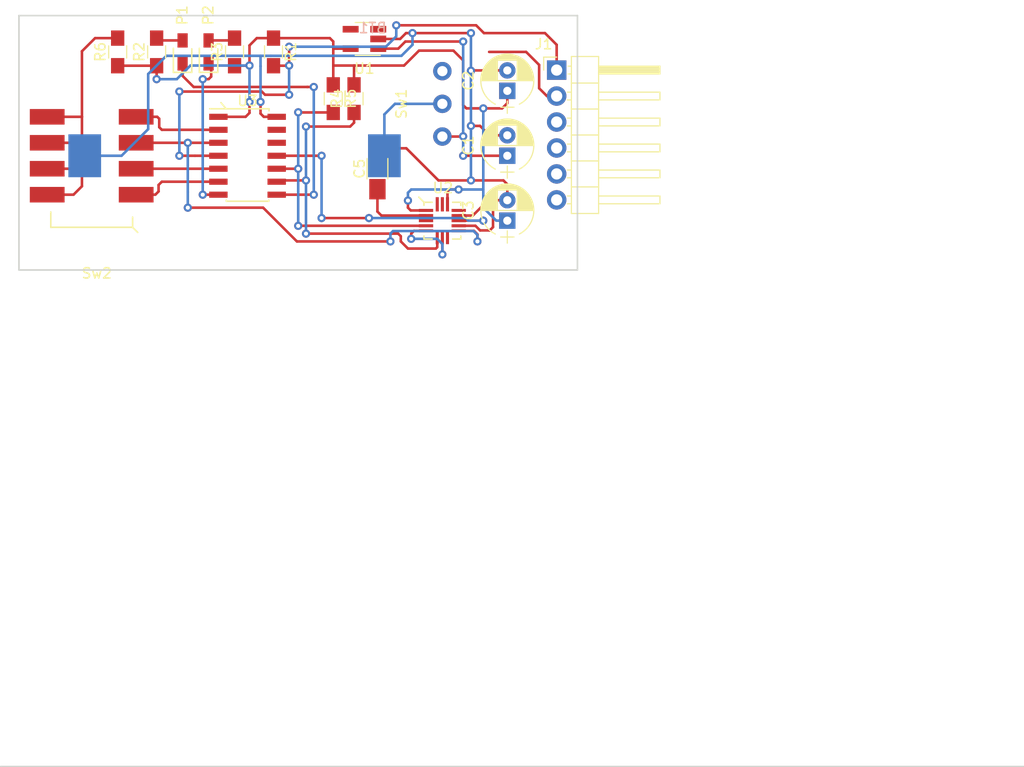
<source format=kicad_pcb>
(kicad_pcb (version 20171130) (host pcbnew "(5.0.2)-1")

  (general
    (thickness 1.6)
    (drawings 5)
    (tracks 261)
    (zones 0)
    (modules 19)
    (nets 22)
  )

  (page A4)
  (title_block
    (title DrumMetter)
    (date 2018-12-16)
    (rev 00)
    (company EsseivaN)
    (comment 1 "Mesure de tempo pour batterie")
  )

  (layers
    (0 F.Cu signal)
    (31 B.Cu signal)
    (32 B.Adhes user)
    (33 F.Adhes user)
    (34 B.Paste user)
    (35 F.Paste user)
    (36 B.SilkS user)
    (37 F.SilkS user)
    (38 B.Mask user)
    (39 F.Mask user)
    (40 Dwgs.User user)
    (41 Cmts.User user)
    (42 Eco1.User user)
    (43 Eco2.User user)
    (44 Edge.Cuts user)
    (45 Margin user)
    (46 B.CrtYd user)
    (47 F.CrtYd user)
    (48 B.Fab user)
    (49 F.Fab user hide)
  )

  (setup
    (last_trace_width 0.25)
    (trace_clearance 0.2)
    (zone_clearance 0.508)
    (zone_45_only no)
    (trace_min 0.2)
    (segment_width 0.2)
    (edge_width 0.15)
    (via_size 0.8)
    (via_drill 0.4)
    (via_min_size 0.4)
    (via_min_drill 0.3)
    (uvia_size 0.3)
    (uvia_drill 0.1)
    (uvias_allowed no)
    (uvia_min_size 0.2)
    (uvia_min_drill 0.1)
    (pcb_text_width 0.3)
    (pcb_text_size 1.5 1.5)
    (mod_edge_width 0.15)
    (mod_text_size 1 1)
    (mod_text_width 0.15)
    (pad_size 1.524 1.524)
    (pad_drill 0.762)
    (pad_to_mask_clearance 0.051)
    (solder_mask_min_width 0.25)
    (aux_axis_origin 138 71)
    (grid_origin 138 71)
    (visible_elements 7FFFFFFF)
    (pcbplotparams
      (layerselection 0x010fc_ffffffff)
      (usegerberextensions false)
      (usegerberattributes false)
      (usegerberadvancedattributes false)
      (creategerberjobfile false)
      (excludeedgelayer true)
      (linewidth 0.100000)
      (plotframeref false)
      (viasonmask false)
      (mode 1)
      (useauxorigin false)
      (hpglpennumber 1)
      (hpglpenspeed 20)
      (hpglpendiameter 15.000000)
      (psnegative false)
      (psa4output false)
      (plotreference true)
      (plotvalue true)
      (plotinvisibletext false)
      (padsonsilk false)
      (subtractmaskfromsilk false)
      (outputformat 1)
      (mirror false)
      (drillshape 1)
      (scaleselection 1)
      (outputdirectory ""))
  )

  (net 0 "")
  (net 1 /3V)
  (net 2 GND)
  (net 3 "Net-(C1-Pad1)")
  (net 4 VCC)
  (net 5 "Net-(C5-Pad1)")
  (net 6 "Net-(J1-Pad1)")
  (net 7 "Net-(J1-Pad2)")
  (net 8 /ICSPDAT)
  (net 9 /ICSPCLK)
  (net 10 /LED_RED)
  (net 11 "Net-(P1-Pad1)")
  (net 12 "Net-(P2-Pad1)")
  (net 13 /LED_GREEN)
  (net 14 /SDA)
  (net 15 /SCL)
  (net 16 "Net-(R6-Pad2)")
  (net 17 /DIP4)
  (net 18 /DIP1)
  (net 19 /DIP2)
  (net 20 /DIP3)
  (net 21 /INT1)

  (net_class Default "This is the default net class."
    (clearance 0.2)
    (trace_width 0.25)
    (via_dia 0.8)
    (via_drill 0.4)
    (uvia_dia 0.3)
    (uvia_drill 0.1)
    (add_net /3V)
    (add_net /DIP1)
    (add_net /DIP2)
    (add_net /DIP3)
    (add_net /DIP4)
    (add_net /ICSPCLK)
    (add_net /ICSPDAT)
    (add_net /INT1)
    (add_net /LED_GREEN)
    (add_net /LED_RED)
    (add_net /SCL)
    (add_net /SDA)
    (add_net GND)
    (add_net "Net-(C1-Pad1)")
    (add_net "Net-(C5-Pad1)")
    (add_net "Net-(J1-Pad1)")
    (add_net "Net-(J1-Pad2)")
    (add_net "Net-(P1-Pad1)")
    (add_net "Net-(P2-Pad1)")
    (add_net "Net-(R6-Pad2)")
    (add_net VCC)
  )

  (module MyLib:DIP_4 (layer F.Cu) (tedit 5C163653) (tstamp 5C168934)
    (at 146.89 86.24 180)
    (path /5C1662E8)
    (fp_text reference Sw2 (at -0.5 -11.5 180) (layer F.SilkS)
      (effects (font (size 1 1) (thickness 0.15)))
    )
    (fp_text value SW_DIP_x04 (at -0.5 -9 180) (layer F.Fab)
      (effects (font (size 1 1) (thickness 0.15)))
    )
    (fp_line (start 4 -7) (end -4 -7) (layer F.Fab) (width 0.15))
    (fp_line (start -4 -7) (end -4 5.5) (layer F.Fab) (width 0.15))
    (fp_line (start -4 5.5) (end 4 5.5) (layer F.Fab) (width 0.15))
    (fp_line (start 4 5.5) (end 4 -7) (layer F.Fab) (width 0.15))
    (fp_line (start 4 -7) (end 4 -6.5) (layer F.Fab) (width 0.15))
    (fp_line (start 4 -6.5) (end 4 -7) (layer F.Fab) (width 0.15))
    (fp_line (start -4 -7) (end -4.5 -7.5) (layer F.SilkS) (width 0.15))
    (fp_line (start -4 -6) (end -4 -7) (layer F.SilkS) (width 0.15))
    (fp_line (start -4 -7) (end 4 -7) (layer F.SilkS) (width 0.15))
    (fp_line (start 4 -7) (end 4 -5.5) (layer F.SilkS) (width 0.15))
    (pad 5 smd rect (at 4.35 3.81 180) (size 3.4 1.524) (layers F.Cu F.Paste F.Mask)
      (net 16 "Net-(R6-Pad2)"))
    (pad 8 smd rect (at 4.35 -3.81 180) (size 3.4 1.524) (layers F.Cu F.Paste F.Mask)
      (net 16 "Net-(R6-Pad2)"))
    (pad 7 smd rect (at 4.35 -1.27 180) (size 3.4 1.524) (layers F.Cu F.Paste F.Mask)
      (net 16 "Net-(R6-Pad2)"))
    (pad 6 smd rect (at 4.35 1.27 180) (size 3.4 1.524) (layers F.Cu F.Paste F.Mask)
      (net 16 "Net-(R6-Pad2)"))
    (pad 3 smd rect (at -4.35 1.27 180) (size 3.4 1.524) (layers F.Cu F.Paste F.Mask)
      (net 20 /DIP3))
    (pad 2 smd rect (at -4.35 -1.27 180) (size 3.4 1.524) (layers F.Cu F.Paste F.Mask)
      (net 19 /DIP2))
    (pad 1 smd rect (at -4.35 -3.81 180) (size 3.4 1.524) (layers F.Cu F.Paste F.Mask)
      (net 18 /DIP1))
    (pad 4 smd rect (at -4.35 3.81 180) (size 3.4 1.524) (layers F.Cu F.Paste F.Mask)
      (net 17 /DIP4))
  )

  (module MyLib:D_0603_HandSoldering (layer F.Cu) (tedit 5C1631AA) (tstamp 5C1688A1)
    (at 155.78 76.08 90)
    (descr "Capacitor SMD 0603, hand soldering")
    (tags "capacitor 0603")
    (path /5C19A949)
    (attr smd)
    (fp_text reference P1 (at 3.591 -0.038 90) (layer F.SilkS)
      (effects (font (size 1 1) (thickness 0.15)))
    )
    (fp_text value LED_RED (at -0.2 1.8 90) (layer F.Fab)
      (effects (font (size 1 1) (thickness 0.15)))
    )
    (fp_line (start 1.8 0.65) (end -1.8 0.65) (layer F.CrtYd) (width 0.05))
    (fp_line (start 1.8 0.65) (end 1.8 -0.65) (layer F.CrtYd) (width 0.05))
    (fp_line (start -1.8 -0.65) (end -1.8 0.65) (layer F.CrtYd) (width 0.05))
    (fp_line (start -1.8 -0.65) (end 1.8 -0.65) (layer F.CrtYd) (width 0.05))
    (fp_line (start 0.4 -0.4) (end 0.4 0.4) (layer F.Fab) (width 0.15))
    (fp_line (start -0.45 0) (end 0.4 -0.4) (layer F.Fab) (width 0.15))
    (fp_line (start 0.4 0.45) (end -0.45 0) (layer F.Fab) (width 0.15))
    (fp_line (start -0.45 -0.4) (end -0.45 0.45) (layer F.Fab) (width 0.15))
    (fp_line (start -2 -0.9) (end 0.35 -0.9) (layer F.SilkS) (width 0.15))
    (fp_line (start -2 0.9) (end 0.3 0.9) (layer F.SilkS) (width 0.15))
    (fp_line (start -0.1 0.9) (end -0.05 0.9) (layer F.SilkS) (width 0.15))
    (fp_line (start -2 -0.9) (end -2 0.9) (layer F.SilkS) (width 0.15))
    (pad 1 smd rect (at 1.125 0 90) (size 1.4 1) (layers F.Cu F.Paste F.Mask)
      (net 11 "Net-(P1-Pad1)"))
    (pad 2 smd rect (at -1.125 0 90) (size 1.4 1) (layers F.Cu F.Paste F.Mask)
      (net 10 /LED_RED))
    (model Capacitors_SMD.3dshapes/C_0603.wrl
      (at (xyz 0 0 0))
      (scale (xyz 1 1 1))
      (rotate (xyz 0 0 0))
    )
  )

  (module MyLib:D_0603_HandSoldering (layer F.Cu) (tedit 5C1631AA) (tstamp 5C1688B3)
    (at 158.32 76.08 90)
    (descr "Capacitor SMD 0603, hand soldering")
    (tags "capacitor 0603")
    (path /5C19A8AF)
    (attr smd)
    (fp_text reference P2 (at 3.591 -0.038 90) (layer F.SilkS)
      (effects (font (size 1 1) (thickness 0.15)))
    )
    (fp_text value LED_GREEN (at -0.2 1.8 90) (layer F.Fab)
      (effects (font (size 1 1) (thickness 0.15)))
    )
    (fp_line (start 1.8 0.65) (end -1.8 0.65) (layer F.CrtYd) (width 0.05))
    (fp_line (start 1.8 0.65) (end 1.8 -0.65) (layer F.CrtYd) (width 0.05))
    (fp_line (start -1.8 -0.65) (end -1.8 0.65) (layer F.CrtYd) (width 0.05))
    (fp_line (start -1.8 -0.65) (end 1.8 -0.65) (layer F.CrtYd) (width 0.05))
    (fp_line (start 0.4 -0.4) (end 0.4 0.4) (layer F.Fab) (width 0.15))
    (fp_line (start -0.45 0) (end 0.4 -0.4) (layer F.Fab) (width 0.15))
    (fp_line (start 0.4 0.45) (end -0.45 0) (layer F.Fab) (width 0.15))
    (fp_line (start -0.45 -0.4) (end -0.45 0.45) (layer F.Fab) (width 0.15))
    (fp_line (start -2 -0.9) (end 0.35 -0.9) (layer F.SilkS) (width 0.15))
    (fp_line (start -2 0.9) (end 0.3 0.9) (layer F.SilkS) (width 0.15))
    (fp_line (start -0.1 0.9) (end -0.05 0.9) (layer F.SilkS) (width 0.15))
    (fp_line (start -2 -0.9) (end -2 0.9) (layer F.SilkS) (width 0.15))
    (pad 1 smd rect (at 1.125 0 90) (size 1.4 1) (layers F.Cu F.Paste F.Mask)
      (net 12 "Net-(P2-Pad1)"))
    (pad 2 smd rect (at -1.125 0 90) (size 1.4 1) (layers F.Cu F.Paste F.Mask)
      (net 13 /LED_GREEN))
    (model Capacitors_SMD.3dshapes/C_0603.wrl
      (at (xyz 0 0 0))
      (scale (xyz 1 1 1))
      (rotate (xyz 0 0 0))
    )
  )

  (module "MyLib:CoinBattery Holder" (layer B.Cu) (tedit 5C16275E) (tstamp 5C168677)
    (at 160.86 86.24 180)
    (path /5C162C5B)
    (fp_text reference BT1 (at -13.5 12.5 180) (layer B.SilkS)
      (effects (font (size 1 1) (thickness 0.15)) (justify mirror))
    )
    (fp_text value "Battery_Cell 3V" (at 0 9.5 180) (layer B.Fab)
      (effects (font (size 1 1) (thickness 0.15)) (justify mirror))
    )
    (fp_text user + (at -14 4 180) (layer B.CrtYd)
      (effects (font (size 1 1) (thickness 0.15)) (justify mirror))
    )
    (fp_line (start -16 11) (end -16 -9) (layer B.Fab) (width 0.15))
    (fp_line (start -16 -9) (end 16 -9) (layer B.Fab) (width 0.15))
    (fp_line (start 16 -9) (end 16 11) (layer B.Fab) (width 0.15))
    (fp_line (start 16 11) (end -16 11) (layer B.Fab) (width 0.15))
    (pad 2 smd rect (at 14.65 0 180) (size 3.2 4.2) (layers B.Cu B.Paste B.Mask)
      (net 2 GND))
    (pad 1 smd rect (at -14.65 0 180) (size 3.2 4.2) (layers B.Cu B.Paste B.Mask)
      (net 1 /3V))
  )

  (module MyLib:CP_Radial_D5.0mm_P2.00mm (layer F.Cu) (tedit 597BC7C2) (tstamp 5C1686FC)
    (at 187.53 86.24 90)
    (descr "CP, Radial series, Radial, pin pitch=2.00mm, , diameter=5mm, Electrolytic Capacitor")
    (tags "CP Radial series Radial pin pitch 2.00mm  diameter 5mm Electrolytic Capacitor")
    (path /5C178676)
    (fp_text reference C1 (at 1 -3.81 90) (layer F.SilkS)
      (effects (font (size 1 1) (thickness 0.15)))
    )
    (fp_text value 4u7F (at 1 3.81 90) (layer F.Fab)
      (effects (font (size 1 1) (thickness 0.15)))
    )
    (fp_arc (start 1 0) (end -1.30558 -1.18) (angle 125.8) (layer F.SilkS) (width 0.12))
    (fp_arc (start 1 0) (end -1.30558 1.18) (angle -125.8) (layer F.SilkS) (width 0.12))
    (fp_arc (start 1 0) (end 3.30558 -1.18) (angle 54.2) (layer F.SilkS) (width 0.12))
    (fp_circle (center 1 0) (end 3.5 0) (layer F.Fab) (width 0.1))
    (fp_line (start -2.2 0) (end -1 0) (layer F.Fab) (width 0.1))
    (fp_line (start -1.6 -0.65) (end -1.6 0.65) (layer F.Fab) (width 0.1))
    (fp_line (start 1 -2.55) (end 1 2.55) (layer F.SilkS) (width 0.12))
    (fp_line (start 1.04 -2.55) (end 1.04 -0.98) (layer F.SilkS) (width 0.12))
    (fp_line (start 1.04 0.98) (end 1.04 2.55) (layer F.SilkS) (width 0.12))
    (fp_line (start 1.08 -2.549) (end 1.08 -0.98) (layer F.SilkS) (width 0.12))
    (fp_line (start 1.08 0.98) (end 1.08 2.549) (layer F.SilkS) (width 0.12))
    (fp_line (start 1.12 -2.548) (end 1.12 -0.98) (layer F.SilkS) (width 0.12))
    (fp_line (start 1.12 0.98) (end 1.12 2.548) (layer F.SilkS) (width 0.12))
    (fp_line (start 1.16 -2.546) (end 1.16 -0.98) (layer F.SilkS) (width 0.12))
    (fp_line (start 1.16 0.98) (end 1.16 2.546) (layer F.SilkS) (width 0.12))
    (fp_line (start 1.2 -2.543) (end 1.2 -0.98) (layer F.SilkS) (width 0.12))
    (fp_line (start 1.2 0.98) (end 1.2 2.543) (layer F.SilkS) (width 0.12))
    (fp_line (start 1.24 -2.539) (end 1.24 -0.98) (layer F.SilkS) (width 0.12))
    (fp_line (start 1.24 0.98) (end 1.24 2.539) (layer F.SilkS) (width 0.12))
    (fp_line (start 1.28 -2.535) (end 1.28 -0.98) (layer F.SilkS) (width 0.12))
    (fp_line (start 1.28 0.98) (end 1.28 2.535) (layer F.SilkS) (width 0.12))
    (fp_line (start 1.32 -2.531) (end 1.32 -0.98) (layer F.SilkS) (width 0.12))
    (fp_line (start 1.32 0.98) (end 1.32 2.531) (layer F.SilkS) (width 0.12))
    (fp_line (start 1.36 -2.525) (end 1.36 -0.98) (layer F.SilkS) (width 0.12))
    (fp_line (start 1.36 0.98) (end 1.36 2.525) (layer F.SilkS) (width 0.12))
    (fp_line (start 1.4 -2.519) (end 1.4 -0.98) (layer F.SilkS) (width 0.12))
    (fp_line (start 1.4 0.98) (end 1.4 2.519) (layer F.SilkS) (width 0.12))
    (fp_line (start 1.44 -2.513) (end 1.44 -0.98) (layer F.SilkS) (width 0.12))
    (fp_line (start 1.44 0.98) (end 1.44 2.513) (layer F.SilkS) (width 0.12))
    (fp_line (start 1.48 -2.506) (end 1.48 -0.98) (layer F.SilkS) (width 0.12))
    (fp_line (start 1.48 0.98) (end 1.48 2.506) (layer F.SilkS) (width 0.12))
    (fp_line (start 1.52 -2.498) (end 1.52 -0.98) (layer F.SilkS) (width 0.12))
    (fp_line (start 1.52 0.98) (end 1.52 2.498) (layer F.SilkS) (width 0.12))
    (fp_line (start 1.56 -2.489) (end 1.56 -0.98) (layer F.SilkS) (width 0.12))
    (fp_line (start 1.56 0.98) (end 1.56 2.489) (layer F.SilkS) (width 0.12))
    (fp_line (start 1.6 -2.48) (end 1.6 -0.98) (layer F.SilkS) (width 0.12))
    (fp_line (start 1.6 0.98) (end 1.6 2.48) (layer F.SilkS) (width 0.12))
    (fp_line (start 1.64 -2.47) (end 1.64 -0.98) (layer F.SilkS) (width 0.12))
    (fp_line (start 1.64 0.98) (end 1.64 2.47) (layer F.SilkS) (width 0.12))
    (fp_line (start 1.68 -2.46) (end 1.68 -0.98) (layer F.SilkS) (width 0.12))
    (fp_line (start 1.68 0.98) (end 1.68 2.46) (layer F.SilkS) (width 0.12))
    (fp_line (start 1.721 -2.448) (end 1.721 -0.98) (layer F.SilkS) (width 0.12))
    (fp_line (start 1.721 0.98) (end 1.721 2.448) (layer F.SilkS) (width 0.12))
    (fp_line (start 1.761 -2.436) (end 1.761 -0.98) (layer F.SilkS) (width 0.12))
    (fp_line (start 1.761 0.98) (end 1.761 2.436) (layer F.SilkS) (width 0.12))
    (fp_line (start 1.801 -2.424) (end 1.801 -0.98) (layer F.SilkS) (width 0.12))
    (fp_line (start 1.801 0.98) (end 1.801 2.424) (layer F.SilkS) (width 0.12))
    (fp_line (start 1.841 -2.41) (end 1.841 -0.98) (layer F.SilkS) (width 0.12))
    (fp_line (start 1.841 0.98) (end 1.841 2.41) (layer F.SilkS) (width 0.12))
    (fp_line (start 1.881 -2.396) (end 1.881 -0.98) (layer F.SilkS) (width 0.12))
    (fp_line (start 1.881 0.98) (end 1.881 2.396) (layer F.SilkS) (width 0.12))
    (fp_line (start 1.921 -2.382) (end 1.921 -0.98) (layer F.SilkS) (width 0.12))
    (fp_line (start 1.921 0.98) (end 1.921 2.382) (layer F.SilkS) (width 0.12))
    (fp_line (start 1.961 -2.366) (end 1.961 -0.98) (layer F.SilkS) (width 0.12))
    (fp_line (start 1.961 0.98) (end 1.961 2.366) (layer F.SilkS) (width 0.12))
    (fp_line (start 2.001 -2.35) (end 2.001 -0.98) (layer F.SilkS) (width 0.12))
    (fp_line (start 2.001 0.98) (end 2.001 2.35) (layer F.SilkS) (width 0.12))
    (fp_line (start 2.041 -2.333) (end 2.041 -0.98) (layer F.SilkS) (width 0.12))
    (fp_line (start 2.041 0.98) (end 2.041 2.333) (layer F.SilkS) (width 0.12))
    (fp_line (start 2.081 -2.315) (end 2.081 -0.98) (layer F.SilkS) (width 0.12))
    (fp_line (start 2.081 0.98) (end 2.081 2.315) (layer F.SilkS) (width 0.12))
    (fp_line (start 2.121 -2.296) (end 2.121 -0.98) (layer F.SilkS) (width 0.12))
    (fp_line (start 2.121 0.98) (end 2.121 2.296) (layer F.SilkS) (width 0.12))
    (fp_line (start 2.161 -2.276) (end 2.161 -0.98) (layer F.SilkS) (width 0.12))
    (fp_line (start 2.161 0.98) (end 2.161 2.276) (layer F.SilkS) (width 0.12))
    (fp_line (start 2.201 -2.256) (end 2.201 -0.98) (layer F.SilkS) (width 0.12))
    (fp_line (start 2.201 0.98) (end 2.201 2.256) (layer F.SilkS) (width 0.12))
    (fp_line (start 2.241 -2.234) (end 2.241 -0.98) (layer F.SilkS) (width 0.12))
    (fp_line (start 2.241 0.98) (end 2.241 2.234) (layer F.SilkS) (width 0.12))
    (fp_line (start 2.281 -2.212) (end 2.281 -0.98) (layer F.SilkS) (width 0.12))
    (fp_line (start 2.281 0.98) (end 2.281 2.212) (layer F.SilkS) (width 0.12))
    (fp_line (start 2.321 -2.189) (end 2.321 -0.98) (layer F.SilkS) (width 0.12))
    (fp_line (start 2.321 0.98) (end 2.321 2.189) (layer F.SilkS) (width 0.12))
    (fp_line (start 2.361 -2.165) (end 2.361 -0.98) (layer F.SilkS) (width 0.12))
    (fp_line (start 2.361 0.98) (end 2.361 2.165) (layer F.SilkS) (width 0.12))
    (fp_line (start 2.401 -2.14) (end 2.401 -0.98) (layer F.SilkS) (width 0.12))
    (fp_line (start 2.401 0.98) (end 2.401 2.14) (layer F.SilkS) (width 0.12))
    (fp_line (start 2.441 -2.113) (end 2.441 -0.98) (layer F.SilkS) (width 0.12))
    (fp_line (start 2.441 0.98) (end 2.441 2.113) (layer F.SilkS) (width 0.12))
    (fp_line (start 2.481 -2.086) (end 2.481 -0.98) (layer F.SilkS) (width 0.12))
    (fp_line (start 2.481 0.98) (end 2.481 2.086) (layer F.SilkS) (width 0.12))
    (fp_line (start 2.521 -2.058) (end 2.521 -0.98) (layer F.SilkS) (width 0.12))
    (fp_line (start 2.521 0.98) (end 2.521 2.058) (layer F.SilkS) (width 0.12))
    (fp_line (start 2.561 -2.028) (end 2.561 -0.98) (layer F.SilkS) (width 0.12))
    (fp_line (start 2.561 0.98) (end 2.561 2.028) (layer F.SilkS) (width 0.12))
    (fp_line (start 2.601 -1.997) (end 2.601 -0.98) (layer F.SilkS) (width 0.12))
    (fp_line (start 2.601 0.98) (end 2.601 1.997) (layer F.SilkS) (width 0.12))
    (fp_line (start 2.641 -1.965) (end 2.641 -0.98) (layer F.SilkS) (width 0.12))
    (fp_line (start 2.641 0.98) (end 2.641 1.965) (layer F.SilkS) (width 0.12))
    (fp_line (start 2.681 -1.932) (end 2.681 -0.98) (layer F.SilkS) (width 0.12))
    (fp_line (start 2.681 0.98) (end 2.681 1.932) (layer F.SilkS) (width 0.12))
    (fp_line (start 2.721 -1.897) (end 2.721 -0.98) (layer F.SilkS) (width 0.12))
    (fp_line (start 2.721 0.98) (end 2.721 1.897) (layer F.SilkS) (width 0.12))
    (fp_line (start 2.761 -1.861) (end 2.761 -0.98) (layer F.SilkS) (width 0.12))
    (fp_line (start 2.761 0.98) (end 2.761 1.861) (layer F.SilkS) (width 0.12))
    (fp_line (start 2.801 -1.823) (end 2.801 -0.98) (layer F.SilkS) (width 0.12))
    (fp_line (start 2.801 0.98) (end 2.801 1.823) (layer F.SilkS) (width 0.12))
    (fp_line (start 2.841 -1.783) (end 2.841 -0.98) (layer F.SilkS) (width 0.12))
    (fp_line (start 2.841 0.98) (end 2.841 1.783) (layer F.SilkS) (width 0.12))
    (fp_line (start 2.881 -1.742) (end 2.881 -0.98) (layer F.SilkS) (width 0.12))
    (fp_line (start 2.881 0.98) (end 2.881 1.742) (layer F.SilkS) (width 0.12))
    (fp_line (start 2.921 -1.699) (end 2.921 -0.98) (layer F.SilkS) (width 0.12))
    (fp_line (start 2.921 0.98) (end 2.921 1.699) (layer F.SilkS) (width 0.12))
    (fp_line (start 2.961 -1.654) (end 2.961 -0.98) (layer F.SilkS) (width 0.12))
    (fp_line (start 2.961 0.98) (end 2.961 1.654) (layer F.SilkS) (width 0.12))
    (fp_line (start 3.001 -1.606) (end 3.001 1.606) (layer F.SilkS) (width 0.12))
    (fp_line (start 3.041 -1.556) (end 3.041 1.556) (layer F.SilkS) (width 0.12))
    (fp_line (start 3.081 -1.504) (end 3.081 1.504) (layer F.SilkS) (width 0.12))
    (fp_line (start 3.121 -1.448) (end 3.121 1.448) (layer F.SilkS) (width 0.12))
    (fp_line (start 3.161 -1.39) (end 3.161 1.39) (layer F.SilkS) (width 0.12))
    (fp_line (start 3.201 -1.327) (end 3.201 1.327) (layer F.SilkS) (width 0.12))
    (fp_line (start 3.241 -1.261) (end 3.241 1.261) (layer F.SilkS) (width 0.12))
    (fp_line (start 3.281 -1.189) (end 3.281 1.189) (layer F.SilkS) (width 0.12))
    (fp_line (start 3.321 -1.112) (end 3.321 1.112) (layer F.SilkS) (width 0.12))
    (fp_line (start 3.361 -1.028) (end 3.361 1.028) (layer F.SilkS) (width 0.12))
    (fp_line (start 3.401 -0.934) (end 3.401 0.934) (layer F.SilkS) (width 0.12))
    (fp_line (start 3.441 -0.829) (end 3.441 0.829) (layer F.SilkS) (width 0.12))
    (fp_line (start 3.481 -0.707) (end 3.481 0.707) (layer F.SilkS) (width 0.12))
    (fp_line (start 3.521 -0.559) (end 3.521 0.559) (layer F.SilkS) (width 0.12))
    (fp_line (start 3.561 -0.354) (end 3.561 0.354) (layer F.SilkS) (width 0.12))
    (fp_line (start -2.2 0) (end -1 0) (layer F.SilkS) (width 0.12))
    (fp_line (start -1.6 -0.65) (end -1.6 0.65) (layer F.SilkS) (width 0.12))
    (fp_line (start -1.85 -2.85) (end -1.85 2.85) (layer F.CrtYd) (width 0.05))
    (fp_line (start -1.85 2.85) (end 3.85 2.85) (layer F.CrtYd) (width 0.05))
    (fp_line (start 3.85 2.85) (end 3.85 -2.85) (layer F.CrtYd) (width 0.05))
    (fp_line (start 3.85 -2.85) (end -1.85 -2.85) (layer F.CrtYd) (width 0.05))
    (fp_text user %R (at 1 0 90) (layer F.Fab)
      (effects (font (size 1 1) (thickness 0.15)))
    )
    (pad 1 thru_hole rect (at 0 0 90) (size 1.6 1.6) (drill 0.8) (layers *.Cu *.Mask)
      (net 3 "Net-(C1-Pad1)"))
    (pad 2 thru_hole circle (at 2 0 90) (size 1.6 1.6) (drill 0.8) (layers *.Cu *.Mask)
      (net 2 GND))
    (model ${KISYS3DMOD}/Capacitors_THT.3dshapes/CP_Radial_D5.0mm_P2.00mm.wrl
      (at (xyz 0 0 0))
      (scale (xyz 1 1 1))
      (rotate (xyz 0 0 0))
    )
  )

  (module MyLib:CP_Radial_D5.0mm_P2.00mm (layer F.Cu) (tedit 597BC7C2) (tstamp 5C168781)
    (at 187.53 79.89 90)
    (descr "CP, Radial series, Radial, pin pitch=2.00mm, , diameter=5mm, Electrolytic Capacitor")
    (tags "CP Radial series Radial pin pitch 2.00mm  diameter 5mm Electrolytic Capacitor")
    (path /5C207A9A)
    (fp_text reference C2 (at 1 -3.81 90) (layer F.SilkS)
      (effects (font (size 1 1) (thickness 0.15)))
    )
    (fp_text value 4u7F (at 1 3.81 90) (layer F.Fab)
      (effects (font (size 1 1) (thickness 0.15)))
    )
    (fp_text user %R (at 1 0 90) (layer F.Fab)
      (effects (font (size 1 1) (thickness 0.15)))
    )
    (fp_line (start 3.85 -2.85) (end -1.85 -2.85) (layer F.CrtYd) (width 0.05))
    (fp_line (start 3.85 2.85) (end 3.85 -2.85) (layer F.CrtYd) (width 0.05))
    (fp_line (start -1.85 2.85) (end 3.85 2.85) (layer F.CrtYd) (width 0.05))
    (fp_line (start -1.85 -2.85) (end -1.85 2.85) (layer F.CrtYd) (width 0.05))
    (fp_line (start -1.6 -0.65) (end -1.6 0.65) (layer F.SilkS) (width 0.12))
    (fp_line (start -2.2 0) (end -1 0) (layer F.SilkS) (width 0.12))
    (fp_line (start 3.561 -0.354) (end 3.561 0.354) (layer F.SilkS) (width 0.12))
    (fp_line (start 3.521 -0.559) (end 3.521 0.559) (layer F.SilkS) (width 0.12))
    (fp_line (start 3.481 -0.707) (end 3.481 0.707) (layer F.SilkS) (width 0.12))
    (fp_line (start 3.441 -0.829) (end 3.441 0.829) (layer F.SilkS) (width 0.12))
    (fp_line (start 3.401 -0.934) (end 3.401 0.934) (layer F.SilkS) (width 0.12))
    (fp_line (start 3.361 -1.028) (end 3.361 1.028) (layer F.SilkS) (width 0.12))
    (fp_line (start 3.321 -1.112) (end 3.321 1.112) (layer F.SilkS) (width 0.12))
    (fp_line (start 3.281 -1.189) (end 3.281 1.189) (layer F.SilkS) (width 0.12))
    (fp_line (start 3.241 -1.261) (end 3.241 1.261) (layer F.SilkS) (width 0.12))
    (fp_line (start 3.201 -1.327) (end 3.201 1.327) (layer F.SilkS) (width 0.12))
    (fp_line (start 3.161 -1.39) (end 3.161 1.39) (layer F.SilkS) (width 0.12))
    (fp_line (start 3.121 -1.448) (end 3.121 1.448) (layer F.SilkS) (width 0.12))
    (fp_line (start 3.081 -1.504) (end 3.081 1.504) (layer F.SilkS) (width 0.12))
    (fp_line (start 3.041 -1.556) (end 3.041 1.556) (layer F.SilkS) (width 0.12))
    (fp_line (start 3.001 -1.606) (end 3.001 1.606) (layer F.SilkS) (width 0.12))
    (fp_line (start 2.961 0.98) (end 2.961 1.654) (layer F.SilkS) (width 0.12))
    (fp_line (start 2.961 -1.654) (end 2.961 -0.98) (layer F.SilkS) (width 0.12))
    (fp_line (start 2.921 0.98) (end 2.921 1.699) (layer F.SilkS) (width 0.12))
    (fp_line (start 2.921 -1.699) (end 2.921 -0.98) (layer F.SilkS) (width 0.12))
    (fp_line (start 2.881 0.98) (end 2.881 1.742) (layer F.SilkS) (width 0.12))
    (fp_line (start 2.881 -1.742) (end 2.881 -0.98) (layer F.SilkS) (width 0.12))
    (fp_line (start 2.841 0.98) (end 2.841 1.783) (layer F.SilkS) (width 0.12))
    (fp_line (start 2.841 -1.783) (end 2.841 -0.98) (layer F.SilkS) (width 0.12))
    (fp_line (start 2.801 0.98) (end 2.801 1.823) (layer F.SilkS) (width 0.12))
    (fp_line (start 2.801 -1.823) (end 2.801 -0.98) (layer F.SilkS) (width 0.12))
    (fp_line (start 2.761 0.98) (end 2.761 1.861) (layer F.SilkS) (width 0.12))
    (fp_line (start 2.761 -1.861) (end 2.761 -0.98) (layer F.SilkS) (width 0.12))
    (fp_line (start 2.721 0.98) (end 2.721 1.897) (layer F.SilkS) (width 0.12))
    (fp_line (start 2.721 -1.897) (end 2.721 -0.98) (layer F.SilkS) (width 0.12))
    (fp_line (start 2.681 0.98) (end 2.681 1.932) (layer F.SilkS) (width 0.12))
    (fp_line (start 2.681 -1.932) (end 2.681 -0.98) (layer F.SilkS) (width 0.12))
    (fp_line (start 2.641 0.98) (end 2.641 1.965) (layer F.SilkS) (width 0.12))
    (fp_line (start 2.641 -1.965) (end 2.641 -0.98) (layer F.SilkS) (width 0.12))
    (fp_line (start 2.601 0.98) (end 2.601 1.997) (layer F.SilkS) (width 0.12))
    (fp_line (start 2.601 -1.997) (end 2.601 -0.98) (layer F.SilkS) (width 0.12))
    (fp_line (start 2.561 0.98) (end 2.561 2.028) (layer F.SilkS) (width 0.12))
    (fp_line (start 2.561 -2.028) (end 2.561 -0.98) (layer F.SilkS) (width 0.12))
    (fp_line (start 2.521 0.98) (end 2.521 2.058) (layer F.SilkS) (width 0.12))
    (fp_line (start 2.521 -2.058) (end 2.521 -0.98) (layer F.SilkS) (width 0.12))
    (fp_line (start 2.481 0.98) (end 2.481 2.086) (layer F.SilkS) (width 0.12))
    (fp_line (start 2.481 -2.086) (end 2.481 -0.98) (layer F.SilkS) (width 0.12))
    (fp_line (start 2.441 0.98) (end 2.441 2.113) (layer F.SilkS) (width 0.12))
    (fp_line (start 2.441 -2.113) (end 2.441 -0.98) (layer F.SilkS) (width 0.12))
    (fp_line (start 2.401 0.98) (end 2.401 2.14) (layer F.SilkS) (width 0.12))
    (fp_line (start 2.401 -2.14) (end 2.401 -0.98) (layer F.SilkS) (width 0.12))
    (fp_line (start 2.361 0.98) (end 2.361 2.165) (layer F.SilkS) (width 0.12))
    (fp_line (start 2.361 -2.165) (end 2.361 -0.98) (layer F.SilkS) (width 0.12))
    (fp_line (start 2.321 0.98) (end 2.321 2.189) (layer F.SilkS) (width 0.12))
    (fp_line (start 2.321 -2.189) (end 2.321 -0.98) (layer F.SilkS) (width 0.12))
    (fp_line (start 2.281 0.98) (end 2.281 2.212) (layer F.SilkS) (width 0.12))
    (fp_line (start 2.281 -2.212) (end 2.281 -0.98) (layer F.SilkS) (width 0.12))
    (fp_line (start 2.241 0.98) (end 2.241 2.234) (layer F.SilkS) (width 0.12))
    (fp_line (start 2.241 -2.234) (end 2.241 -0.98) (layer F.SilkS) (width 0.12))
    (fp_line (start 2.201 0.98) (end 2.201 2.256) (layer F.SilkS) (width 0.12))
    (fp_line (start 2.201 -2.256) (end 2.201 -0.98) (layer F.SilkS) (width 0.12))
    (fp_line (start 2.161 0.98) (end 2.161 2.276) (layer F.SilkS) (width 0.12))
    (fp_line (start 2.161 -2.276) (end 2.161 -0.98) (layer F.SilkS) (width 0.12))
    (fp_line (start 2.121 0.98) (end 2.121 2.296) (layer F.SilkS) (width 0.12))
    (fp_line (start 2.121 -2.296) (end 2.121 -0.98) (layer F.SilkS) (width 0.12))
    (fp_line (start 2.081 0.98) (end 2.081 2.315) (layer F.SilkS) (width 0.12))
    (fp_line (start 2.081 -2.315) (end 2.081 -0.98) (layer F.SilkS) (width 0.12))
    (fp_line (start 2.041 0.98) (end 2.041 2.333) (layer F.SilkS) (width 0.12))
    (fp_line (start 2.041 -2.333) (end 2.041 -0.98) (layer F.SilkS) (width 0.12))
    (fp_line (start 2.001 0.98) (end 2.001 2.35) (layer F.SilkS) (width 0.12))
    (fp_line (start 2.001 -2.35) (end 2.001 -0.98) (layer F.SilkS) (width 0.12))
    (fp_line (start 1.961 0.98) (end 1.961 2.366) (layer F.SilkS) (width 0.12))
    (fp_line (start 1.961 -2.366) (end 1.961 -0.98) (layer F.SilkS) (width 0.12))
    (fp_line (start 1.921 0.98) (end 1.921 2.382) (layer F.SilkS) (width 0.12))
    (fp_line (start 1.921 -2.382) (end 1.921 -0.98) (layer F.SilkS) (width 0.12))
    (fp_line (start 1.881 0.98) (end 1.881 2.396) (layer F.SilkS) (width 0.12))
    (fp_line (start 1.881 -2.396) (end 1.881 -0.98) (layer F.SilkS) (width 0.12))
    (fp_line (start 1.841 0.98) (end 1.841 2.41) (layer F.SilkS) (width 0.12))
    (fp_line (start 1.841 -2.41) (end 1.841 -0.98) (layer F.SilkS) (width 0.12))
    (fp_line (start 1.801 0.98) (end 1.801 2.424) (layer F.SilkS) (width 0.12))
    (fp_line (start 1.801 -2.424) (end 1.801 -0.98) (layer F.SilkS) (width 0.12))
    (fp_line (start 1.761 0.98) (end 1.761 2.436) (layer F.SilkS) (width 0.12))
    (fp_line (start 1.761 -2.436) (end 1.761 -0.98) (layer F.SilkS) (width 0.12))
    (fp_line (start 1.721 0.98) (end 1.721 2.448) (layer F.SilkS) (width 0.12))
    (fp_line (start 1.721 -2.448) (end 1.721 -0.98) (layer F.SilkS) (width 0.12))
    (fp_line (start 1.68 0.98) (end 1.68 2.46) (layer F.SilkS) (width 0.12))
    (fp_line (start 1.68 -2.46) (end 1.68 -0.98) (layer F.SilkS) (width 0.12))
    (fp_line (start 1.64 0.98) (end 1.64 2.47) (layer F.SilkS) (width 0.12))
    (fp_line (start 1.64 -2.47) (end 1.64 -0.98) (layer F.SilkS) (width 0.12))
    (fp_line (start 1.6 0.98) (end 1.6 2.48) (layer F.SilkS) (width 0.12))
    (fp_line (start 1.6 -2.48) (end 1.6 -0.98) (layer F.SilkS) (width 0.12))
    (fp_line (start 1.56 0.98) (end 1.56 2.489) (layer F.SilkS) (width 0.12))
    (fp_line (start 1.56 -2.489) (end 1.56 -0.98) (layer F.SilkS) (width 0.12))
    (fp_line (start 1.52 0.98) (end 1.52 2.498) (layer F.SilkS) (width 0.12))
    (fp_line (start 1.52 -2.498) (end 1.52 -0.98) (layer F.SilkS) (width 0.12))
    (fp_line (start 1.48 0.98) (end 1.48 2.506) (layer F.SilkS) (width 0.12))
    (fp_line (start 1.48 -2.506) (end 1.48 -0.98) (layer F.SilkS) (width 0.12))
    (fp_line (start 1.44 0.98) (end 1.44 2.513) (layer F.SilkS) (width 0.12))
    (fp_line (start 1.44 -2.513) (end 1.44 -0.98) (layer F.SilkS) (width 0.12))
    (fp_line (start 1.4 0.98) (end 1.4 2.519) (layer F.SilkS) (width 0.12))
    (fp_line (start 1.4 -2.519) (end 1.4 -0.98) (layer F.SilkS) (width 0.12))
    (fp_line (start 1.36 0.98) (end 1.36 2.525) (layer F.SilkS) (width 0.12))
    (fp_line (start 1.36 -2.525) (end 1.36 -0.98) (layer F.SilkS) (width 0.12))
    (fp_line (start 1.32 0.98) (end 1.32 2.531) (layer F.SilkS) (width 0.12))
    (fp_line (start 1.32 -2.531) (end 1.32 -0.98) (layer F.SilkS) (width 0.12))
    (fp_line (start 1.28 0.98) (end 1.28 2.535) (layer F.SilkS) (width 0.12))
    (fp_line (start 1.28 -2.535) (end 1.28 -0.98) (layer F.SilkS) (width 0.12))
    (fp_line (start 1.24 0.98) (end 1.24 2.539) (layer F.SilkS) (width 0.12))
    (fp_line (start 1.24 -2.539) (end 1.24 -0.98) (layer F.SilkS) (width 0.12))
    (fp_line (start 1.2 0.98) (end 1.2 2.543) (layer F.SilkS) (width 0.12))
    (fp_line (start 1.2 -2.543) (end 1.2 -0.98) (layer F.SilkS) (width 0.12))
    (fp_line (start 1.16 0.98) (end 1.16 2.546) (layer F.SilkS) (width 0.12))
    (fp_line (start 1.16 -2.546) (end 1.16 -0.98) (layer F.SilkS) (width 0.12))
    (fp_line (start 1.12 0.98) (end 1.12 2.548) (layer F.SilkS) (width 0.12))
    (fp_line (start 1.12 -2.548) (end 1.12 -0.98) (layer F.SilkS) (width 0.12))
    (fp_line (start 1.08 0.98) (end 1.08 2.549) (layer F.SilkS) (width 0.12))
    (fp_line (start 1.08 -2.549) (end 1.08 -0.98) (layer F.SilkS) (width 0.12))
    (fp_line (start 1.04 0.98) (end 1.04 2.55) (layer F.SilkS) (width 0.12))
    (fp_line (start 1.04 -2.55) (end 1.04 -0.98) (layer F.SilkS) (width 0.12))
    (fp_line (start 1 -2.55) (end 1 2.55) (layer F.SilkS) (width 0.12))
    (fp_line (start -1.6 -0.65) (end -1.6 0.65) (layer F.Fab) (width 0.1))
    (fp_line (start -2.2 0) (end -1 0) (layer F.Fab) (width 0.1))
    (fp_circle (center 1 0) (end 3.5 0) (layer F.Fab) (width 0.1))
    (fp_arc (start 1 0) (end 3.30558 -1.18) (angle 54.2) (layer F.SilkS) (width 0.12))
    (fp_arc (start 1 0) (end -1.30558 1.18) (angle -125.8) (layer F.SilkS) (width 0.12))
    (fp_arc (start 1 0) (end -1.30558 -1.18) (angle 125.8) (layer F.SilkS) (width 0.12))
    (pad 2 thru_hole circle (at 2 0 90) (size 1.6 1.6) (drill 0.8) (layers *.Cu *.Mask)
      (net 2 GND))
    (pad 1 thru_hole rect (at 0 0 90) (size 1.6 1.6) (drill 0.8) (layers *.Cu *.Mask)
      (net 4 VCC))
    (model ${KISYS3DMOD}/Capacitors_THT.3dshapes/CP_Radial_D5.0mm_P2.00mm.wrl
      (at (xyz 0 0 0))
      (scale (xyz 1 1 1))
      (rotate (xyz 0 0 0))
    )
  )

  (module MyLib:CP_Radial_D5.0mm_P2.00mm (layer F.Cu) (tedit 597BC7C2) (tstamp 5C168806)
    (at 187.53 92.59 90)
    (descr "CP, Radial series, Radial, pin pitch=2.00mm, , diameter=5mm, Electrolytic Capacitor")
    (tags "CP Radial series Radial pin pitch 2.00mm  diameter 5mm Electrolytic Capacitor")
    (path /5C17857B)
    (fp_text reference C3 (at 1 -3.81 90) (layer F.SilkS)
      (effects (font (size 1 1) (thickness 0.15)))
    )
    (fp_text value 4u7F (at 1 3.81 90) (layer F.Fab)
      (effects (font (size 1 1) (thickness 0.15)))
    )
    (fp_arc (start 1 0) (end -1.30558 -1.18) (angle 125.8) (layer F.SilkS) (width 0.12))
    (fp_arc (start 1 0) (end -1.30558 1.18) (angle -125.8) (layer F.SilkS) (width 0.12))
    (fp_arc (start 1 0) (end 3.30558 -1.18) (angle 54.2) (layer F.SilkS) (width 0.12))
    (fp_circle (center 1 0) (end 3.5 0) (layer F.Fab) (width 0.1))
    (fp_line (start -2.2 0) (end -1 0) (layer F.Fab) (width 0.1))
    (fp_line (start -1.6 -0.65) (end -1.6 0.65) (layer F.Fab) (width 0.1))
    (fp_line (start 1 -2.55) (end 1 2.55) (layer F.SilkS) (width 0.12))
    (fp_line (start 1.04 -2.55) (end 1.04 -0.98) (layer F.SilkS) (width 0.12))
    (fp_line (start 1.04 0.98) (end 1.04 2.55) (layer F.SilkS) (width 0.12))
    (fp_line (start 1.08 -2.549) (end 1.08 -0.98) (layer F.SilkS) (width 0.12))
    (fp_line (start 1.08 0.98) (end 1.08 2.549) (layer F.SilkS) (width 0.12))
    (fp_line (start 1.12 -2.548) (end 1.12 -0.98) (layer F.SilkS) (width 0.12))
    (fp_line (start 1.12 0.98) (end 1.12 2.548) (layer F.SilkS) (width 0.12))
    (fp_line (start 1.16 -2.546) (end 1.16 -0.98) (layer F.SilkS) (width 0.12))
    (fp_line (start 1.16 0.98) (end 1.16 2.546) (layer F.SilkS) (width 0.12))
    (fp_line (start 1.2 -2.543) (end 1.2 -0.98) (layer F.SilkS) (width 0.12))
    (fp_line (start 1.2 0.98) (end 1.2 2.543) (layer F.SilkS) (width 0.12))
    (fp_line (start 1.24 -2.539) (end 1.24 -0.98) (layer F.SilkS) (width 0.12))
    (fp_line (start 1.24 0.98) (end 1.24 2.539) (layer F.SilkS) (width 0.12))
    (fp_line (start 1.28 -2.535) (end 1.28 -0.98) (layer F.SilkS) (width 0.12))
    (fp_line (start 1.28 0.98) (end 1.28 2.535) (layer F.SilkS) (width 0.12))
    (fp_line (start 1.32 -2.531) (end 1.32 -0.98) (layer F.SilkS) (width 0.12))
    (fp_line (start 1.32 0.98) (end 1.32 2.531) (layer F.SilkS) (width 0.12))
    (fp_line (start 1.36 -2.525) (end 1.36 -0.98) (layer F.SilkS) (width 0.12))
    (fp_line (start 1.36 0.98) (end 1.36 2.525) (layer F.SilkS) (width 0.12))
    (fp_line (start 1.4 -2.519) (end 1.4 -0.98) (layer F.SilkS) (width 0.12))
    (fp_line (start 1.4 0.98) (end 1.4 2.519) (layer F.SilkS) (width 0.12))
    (fp_line (start 1.44 -2.513) (end 1.44 -0.98) (layer F.SilkS) (width 0.12))
    (fp_line (start 1.44 0.98) (end 1.44 2.513) (layer F.SilkS) (width 0.12))
    (fp_line (start 1.48 -2.506) (end 1.48 -0.98) (layer F.SilkS) (width 0.12))
    (fp_line (start 1.48 0.98) (end 1.48 2.506) (layer F.SilkS) (width 0.12))
    (fp_line (start 1.52 -2.498) (end 1.52 -0.98) (layer F.SilkS) (width 0.12))
    (fp_line (start 1.52 0.98) (end 1.52 2.498) (layer F.SilkS) (width 0.12))
    (fp_line (start 1.56 -2.489) (end 1.56 -0.98) (layer F.SilkS) (width 0.12))
    (fp_line (start 1.56 0.98) (end 1.56 2.489) (layer F.SilkS) (width 0.12))
    (fp_line (start 1.6 -2.48) (end 1.6 -0.98) (layer F.SilkS) (width 0.12))
    (fp_line (start 1.6 0.98) (end 1.6 2.48) (layer F.SilkS) (width 0.12))
    (fp_line (start 1.64 -2.47) (end 1.64 -0.98) (layer F.SilkS) (width 0.12))
    (fp_line (start 1.64 0.98) (end 1.64 2.47) (layer F.SilkS) (width 0.12))
    (fp_line (start 1.68 -2.46) (end 1.68 -0.98) (layer F.SilkS) (width 0.12))
    (fp_line (start 1.68 0.98) (end 1.68 2.46) (layer F.SilkS) (width 0.12))
    (fp_line (start 1.721 -2.448) (end 1.721 -0.98) (layer F.SilkS) (width 0.12))
    (fp_line (start 1.721 0.98) (end 1.721 2.448) (layer F.SilkS) (width 0.12))
    (fp_line (start 1.761 -2.436) (end 1.761 -0.98) (layer F.SilkS) (width 0.12))
    (fp_line (start 1.761 0.98) (end 1.761 2.436) (layer F.SilkS) (width 0.12))
    (fp_line (start 1.801 -2.424) (end 1.801 -0.98) (layer F.SilkS) (width 0.12))
    (fp_line (start 1.801 0.98) (end 1.801 2.424) (layer F.SilkS) (width 0.12))
    (fp_line (start 1.841 -2.41) (end 1.841 -0.98) (layer F.SilkS) (width 0.12))
    (fp_line (start 1.841 0.98) (end 1.841 2.41) (layer F.SilkS) (width 0.12))
    (fp_line (start 1.881 -2.396) (end 1.881 -0.98) (layer F.SilkS) (width 0.12))
    (fp_line (start 1.881 0.98) (end 1.881 2.396) (layer F.SilkS) (width 0.12))
    (fp_line (start 1.921 -2.382) (end 1.921 -0.98) (layer F.SilkS) (width 0.12))
    (fp_line (start 1.921 0.98) (end 1.921 2.382) (layer F.SilkS) (width 0.12))
    (fp_line (start 1.961 -2.366) (end 1.961 -0.98) (layer F.SilkS) (width 0.12))
    (fp_line (start 1.961 0.98) (end 1.961 2.366) (layer F.SilkS) (width 0.12))
    (fp_line (start 2.001 -2.35) (end 2.001 -0.98) (layer F.SilkS) (width 0.12))
    (fp_line (start 2.001 0.98) (end 2.001 2.35) (layer F.SilkS) (width 0.12))
    (fp_line (start 2.041 -2.333) (end 2.041 -0.98) (layer F.SilkS) (width 0.12))
    (fp_line (start 2.041 0.98) (end 2.041 2.333) (layer F.SilkS) (width 0.12))
    (fp_line (start 2.081 -2.315) (end 2.081 -0.98) (layer F.SilkS) (width 0.12))
    (fp_line (start 2.081 0.98) (end 2.081 2.315) (layer F.SilkS) (width 0.12))
    (fp_line (start 2.121 -2.296) (end 2.121 -0.98) (layer F.SilkS) (width 0.12))
    (fp_line (start 2.121 0.98) (end 2.121 2.296) (layer F.SilkS) (width 0.12))
    (fp_line (start 2.161 -2.276) (end 2.161 -0.98) (layer F.SilkS) (width 0.12))
    (fp_line (start 2.161 0.98) (end 2.161 2.276) (layer F.SilkS) (width 0.12))
    (fp_line (start 2.201 -2.256) (end 2.201 -0.98) (layer F.SilkS) (width 0.12))
    (fp_line (start 2.201 0.98) (end 2.201 2.256) (layer F.SilkS) (width 0.12))
    (fp_line (start 2.241 -2.234) (end 2.241 -0.98) (layer F.SilkS) (width 0.12))
    (fp_line (start 2.241 0.98) (end 2.241 2.234) (layer F.SilkS) (width 0.12))
    (fp_line (start 2.281 -2.212) (end 2.281 -0.98) (layer F.SilkS) (width 0.12))
    (fp_line (start 2.281 0.98) (end 2.281 2.212) (layer F.SilkS) (width 0.12))
    (fp_line (start 2.321 -2.189) (end 2.321 -0.98) (layer F.SilkS) (width 0.12))
    (fp_line (start 2.321 0.98) (end 2.321 2.189) (layer F.SilkS) (width 0.12))
    (fp_line (start 2.361 -2.165) (end 2.361 -0.98) (layer F.SilkS) (width 0.12))
    (fp_line (start 2.361 0.98) (end 2.361 2.165) (layer F.SilkS) (width 0.12))
    (fp_line (start 2.401 -2.14) (end 2.401 -0.98) (layer F.SilkS) (width 0.12))
    (fp_line (start 2.401 0.98) (end 2.401 2.14) (layer F.SilkS) (width 0.12))
    (fp_line (start 2.441 -2.113) (end 2.441 -0.98) (layer F.SilkS) (width 0.12))
    (fp_line (start 2.441 0.98) (end 2.441 2.113) (layer F.SilkS) (width 0.12))
    (fp_line (start 2.481 -2.086) (end 2.481 -0.98) (layer F.SilkS) (width 0.12))
    (fp_line (start 2.481 0.98) (end 2.481 2.086) (layer F.SilkS) (width 0.12))
    (fp_line (start 2.521 -2.058) (end 2.521 -0.98) (layer F.SilkS) (width 0.12))
    (fp_line (start 2.521 0.98) (end 2.521 2.058) (layer F.SilkS) (width 0.12))
    (fp_line (start 2.561 -2.028) (end 2.561 -0.98) (layer F.SilkS) (width 0.12))
    (fp_line (start 2.561 0.98) (end 2.561 2.028) (layer F.SilkS) (width 0.12))
    (fp_line (start 2.601 -1.997) (end 2.601 -0.98) (layer F.SilkS) (width 0.12))
    (fp_line (start 2.601 0.98) (end 2.601 1.997) (layer F.SilkS) (width 0.12))
    (fp_line (start 2.641 -1.965) (end 2.641 -0.98) (layer F.SilkS) (width 0.12))
    (fp_line (start 2.641 0.98) (end 2.641 1.965) (layer F.SilkS) (width 0.12))
    (fp_line (start 2.681 -1.932) (end 2.681 -0.98) (layer F.SilkS) (width 0.12))
    (fp_line (start 2.681 0.98) (end 2.681 1.932) (layer F.SilkS) (width 0.12))
    (fp_line (start 2.721 -1.897) (end 2.721 -0.98) (layer F.SilkS) (width 0.12))
    (fp_line (start 2.721 0.98) (end 2.721 1.897) (layer F.SilkS) (width 0.12))
    (fp_line (start 2.761 -1.861) (end 2.761 -0.98) (layer F.SilkS) (width 0.12))
    (fp_line (start 2.761 0.98) (end 2.761 1.861) (layer F.SilkS) (width 0.12))
    (fp_line (start 2.801 -1.823) (end 2.801 -0.98) (layer F.SilkS) (width 0.12))
    (fp_line (start 2.801 0.98) (end 2.801 1.823) (layer F.SilkS) (width 0.12))
    (fp_line (start 2.841 -1.783) (end 2.841 -0.98) (layer F.SilkS) (width 0.12))
    (fp_line (start 2.841 0.98) (end 2.841 1.783) (layer F.SilkS) (width 0.12))
    (fp_line (start 2.881 -1.742) (end 2.881 -0.98) (layer F.SilkS) (width 0.12))
    (fp_line (start 2.881 0.98) (end 2.881 1.742) (layer F.SilkS) (width 0.12))
    (fp_line (start 2.921 -1.699) (end 2.921 -0.98) (layer F.SilkS) (width 0.12))
    (fp_line (start 2.921 0.98) (end 2.921 1.699) (layer F.SilkS) (width 0.12))
    (fp_line (start 2.961 -1.654) (end 2.961 -0.98) (layer F.SilkS) (width 0.12))
    (fp_line (start 2.961 0.98) (end 2.961 1.654) (layer F.SilkS) (width 0.12))
    (fp_line (start 3.001 -1.606) (end 3.001 1.606) (layer F.SilkS) (width 0.12))
    (fp_line (start 3.041 -1.556) (end 3.041 1.556) (layer F.SilkS) (width 0.12))
    (fp_line (start 3.081 -1.504) (end 3.081 1.504) (layer F.SilkS) (width 0.12))
    (fp_line (start 3.121 -1.448) (end 3.121 1.448) (layer F.SilkS) (width 0.12))
    (fp_line (start 3.161 -1.39) (end 3.161 1.39) (layer F.SilkS) (width 0.12))
    (fp_line (start 3.201 -1.327) (end 3.201 1.327) (layer F.SilkS) (width 0.12))
    (fp_line (start 3.241 -1.261) (end 3.241 1.261) (layer F.SilkS) (width 0.12))
    (fp_line (start 3.281 -1.189) (end 3.281 1.189) (layer F.SilkS) (width 0.12))
    (fp_line (start 3.321 -1.112) (end 3.321 1.112) (layer F.SilkS) (width 0.12))
    (fp_line (start 3.361 -1.028) (end 3.361 1.028) (layer F.SilkS) (width 0.12))
    (fp_line (start 3.401 -0.934) (end 3.401 0.934) (layer F.SilkS) (width 0.12))
    (fp_line (start 3.441 -0.829) (end 3.441 0.829) (layer F.SilkS) (width 0.12))
    (fp_line (start 3.481 -0.707) (end 3.481 0.707) (layer F.SilkS) (width 0.12))
    (fp_line (start 3.521 -0.559) (end 3.521 0.559) (layer F.SilkS) (width 0.12))
    (fp_line (start 3.561 -0.354) (end 3.561 0.354) (layer F.SilkS) (width 0.12))
    (fp_line (start -2.2 0) (end -1 0) (layer F.SilkS) (width 0.12))
    (fp_line (start -1.6 -0.65) (end -1.6 0.65) (layer F.SilkS) (width 0.12))
    (fp_line (start -1.85 -2.85) (end -1.85 2.85) (layer F.CrtYd) (width 0.05))
    (fp_line (start -1.85 2.85) (end 3.85 2.85) (layer F.CrtYd) (width 0.05))
    (fp_line (start 3.85 2.85) (end 3.85 -2.85) (layer F.CrtYd) (width 0.05))
    (fp_line (start 3.85 -2.85) (end -1.85 -2.85) (layer F.CrtYd) (width 0.05))
    (fp_text user %R (at 1 0 90) (layer F.Fab)
      (effects (font (size 1 1) (thickness 0.15)))
    )
    (pad 1 thru_hole rect (at 0 0 90) (size 1.6 1.6) (drill 0.8) (layers *.Cu *.Mask)
      (net 4 VCC))
    (pad 2 thru_hole circle (at 2 0 90) (size 1.6 1.6) (drill 0.8) (layers *.Cu *.Mask)
      (net 2 GND))
    (model ${KISYS3DMOD}/Capacitors_THT.3dshapes/CP_Radial_D5.0mm_P2.00mm.wrl
      (at (xyz 0 0 0))
      (scale (xyz 1 1 1))
      (rotate (xyz 0 0 0))
    )
  )

  (module MyLib:C_1206_HandSoldering (layer F.Cu) (tedit 58AA84D1) (tstamp 5C168828)
    (at 174.83 87.51 90)
    (descr "Capacitor SMD 1206, hand soldering")
    (tags "capacitor 1206")
    (path /5C150E41)
    (attr smd)
    (fp_text reference C5 (at 0 -1.75 90) (layer F.SilkS)
      (effects (font (size 1 1) (thickness 0.15)))
    )
    (fp_text value 100nF (at 0 2 90) (layer F.Fab)
      (effects (font (size 1 1) (thickness 0.15)))
    )
    (fp_line (start 3.25 1.05) (end -3.25 1.05) (layer F.CrtYd) (width 0.05))
    (fp_line (start 3.25 1.05) (end 3.25 -1.05) (layer F.CrtYd) (width 0.05))
    (fp_line (start -3.25 -1.05) (end -3.25 1.05) (layer F.CrtYd) (width 0.05))
    (fp_line (start -3.25 -1.05) (end 3.25 -1.05) (layer F.CrtYd) (width 0.05))
    (fp_line (start -1 1.02) (end 1 1.02) (layer F.SilkS) (width 0.12))
    (fp_line (start 1 -1.02) (end -1 -1.02) (layer F.SilkS) (width 0.12))
    (fp_line (start -1.6 -0.8) (end 1.6 -0.8) (layer F.Fab) (width 0.1))
    (fp_line (start 1.6 -0.8) (end 1.6 0.8) (layer F.Fab) (width 0.1))
    (fp_line (start 1.6 0.8) (end -1.6 0.8) (layer F.Fab) (width 0.1))
    (fp_line (start -1.6 0.8) (end -1.6 -0.8) (layer F.Fab) (width 0.1))
    (fp_text user %R (at 0 -1.75 90) (layer F.Fab)
      (effects (font (size 1 1) (thickness 0.15)))
    )
    (pad 2 smd rect (at 2 0 90) (size 2 1.6) (layers F.Cu F.Paste F.Mask)
      (net 2 GND))
    (pad 1 smd rect (at -2 0 90) (size 2 1.6) (layers F.Cu F.Paste F.Mask)
      (net 5 "Net-(C5-Pad1)"))
    (model Capacitors_SMD.3dshapes/C_1206.wrl
      (at (xyz 0 0 0))
      (scale (xyz 1 1 1))
      (rotate (xyz 0 0 0))
    )
  )

  (module MyLib:R_0805_HandSoldering (layer F.Cu) (tedit 58E0A804) (tstamp 5C1688C4)
    (at 164.67 76.08 270)
    (descr "Resistor SMD 0805, hand soldering")
    (tags "resistor 0805")
    (path /5C1BE70A)
    (attr smd)
    (fp_text reference R1 (at 0 -1.7 270) (layer F.SilkS)
      (effects (font (size 1 1) (thickness 0.15)))
    )
    (fp_text value 4k7R (at 0 1.75 270) (layer F.Fab)
      (effects (font (size 1 1) (thickness 0.15)))
    )
    (fp_text user %R (at 0 0 270) (layer F.Fab)
      (effects (font (size 0.5 0.5) (thickness 0.075)))
    )
    (fp_line (start -1 0.62) (end -1 -0.62) (layer F.Fab) (width 0.1))
    (fp_line (start 1 0.62) (end -1 0.62) (layer F.Fab) (width 0.1))
    (fp_line (start 1 -0.62) (end 1 0.62) (layer F.Fab) (width 0.1))
    (fp_line (start -1 -0.62) (end 1 -0.62) (layer F.Fab) (width 0.1))
    (fp_line (start 0.6 0.88) (end -0.6 0.88) (layer F.SilkS) (width 0.12))
    (fp_line (start -0.6 -0.88) (end 0.6 -0.88) (layer F.SilkS) (width 0.12))
    (fp_line (start -2.35 -0.9) (end 2.35 -0.9) (layer F.CrtYd) (width 0.05))
    (fp_line (start -2.35 -0.9) (end -2.35 0.9) (layer F.CrtYd) (width 0.05))
    (fp_line (start 2.35 0.9) (end 2.35 -0.9) (layer F.CrtYd) (width 0.05))
    (fp_line (start 2.35 0.9) (end -2.35 0.9) (layer F.CrtYd) (width 0.05))
    (pad 1 smd rect (at -1.35 0 270) (size 1.5 1.3) (layers F.Cu F.Paste F.Mask)
      (net 4 VCC))
    (pad 2 smd rect (at 1.35 0 270) (size 1.5 1.3) (layers F.Cu F.Paste F.Mask)
      (net 6 "Net-(J1-Pad1)"))
    (model ${KISYS3DMOD}/Resistors_SMD.3dshapes/R_0805.wrl
      (at (xyz 0 0 0))
      (scale (xyz 1 1 1))
      (rotate (xyz 0 0 0))
    )
  )

  (module MyLib:R_0805_HandSoldering (layer F.Cu) (tedit 58E0A804) (tstamp 5C1688D5)
    (at 153.24 76.08 90)
    (descr "Resistor SMD 0805, hand soldering")
    (tags "resistor 0805")
    (path /5C15F14E)
    (attr smd)
    (fp_text reference R2 (at 0 -1.7 90) (layer F.SilkS)
      (effects (font (size 1 1) (thickness 0.15)))
    )
    (fp_text value 150R (at 0 1.75 90) (layer F.Fab)
      (effects (font (size 1 1) (thickness 0.15)))
    )
    (fp_line (start 2.35 0.9) (end -2.35 0.9) (layer F.CrtYd) (width 0.05))
    (fp_line (start 2.35 0.9) (end 2.35 -0.9) (layer F.CrtYd) (width 0.05))
    (fp_line (start -2.35 -0.9) (end -2.35 0.9) (layer F.CrtYd) (width 0.05))
    (fp_line (start -2.35 -0.9) (end 2.35 -0.9) (layer F.CrtYd) (width 0.05))
    (fp_line (start -0.6 -0.88) (end 0.6 -0.88) (layer F.SilkS) (width 0.12))
    (fp_line (start 0.6 0.88) (end -0.6 0.88) (layer F.SilkS) (width 0.12))
    (fp_line (start -1 -0.62) (end 1 -0.62) (layer F.Fab) (width 0.1))
    (fp_line (start 1 -0.62) (end 1 0.62) (layer F.Fab) (width 0.1))
    (fp_line (start 1 0.62) (end -1 0.62) (layer F.Fab) (width 0.1))
    (fp_line (start -1 0.62) (end -1 -0.62) (layer F.Fab) (width 0.1))
    (fp_text user %R (at 0 0 90) (layer F.Fab)
      (effects (font (size 0.5 0.5) (thickness 0.075)))
    )
    (pad 2 smd rect (at 1.35 0 90) (size 1.5 1.3) (layers F.Cu F.Paste F.Mask)
      (net 11 "Net-(P1-Pad1)"))
    (pad 1 smd rect (at -1.35 0 90) (size 1.5 1.3) (layers F.Cu F.Paste F.Mask)
      (net 4 VCC))
    (model ${KISYS3DMOD}/Resistors_SMD.3dshapes/R_0805.wrl
      (at (xyz 0 0 0))
      (scale (xyz 1 1 1))
      (rotate (xyz 0 0 0))
    )
  )

  (module MyLib:R_0805_HandSoldering (layer F.Cu) (tedit 58E0A804) (tstamp 5C1688E6)
    (at 160.86 76.08 90)
    (descr "Resistor SMD 0805, hand soldering")
    (tags "resistor 0805")
    (path /5C1AA1BA)
    (attr smd)
    (fp_text reference R3 (at 0 -1.7 90) (layer F.SilkS)
      (effects (font (size 1 1) (thickness 0.15)))
    )
    (fp_text value 100R (at 0 1.75 90) (layer F.Fab)
      (effects (font (size 1 1) (thickness 0.15)))
    )
    (fp_line (start 2.35 0.9) (end -2.35 0.9) (layer F.CrtYd) (width 0.05))
    (fp_line (start 2.35 0.9) (end 2.35 -0.9) (layer F.CrtYd) (width 0.05))
    (fp_line (start -2.35 -0.9) (end -2.35 0.9) (layer F.CrtYd) (width 0.05))
    (fp_line (start -2.35 -0.9) (end 2.35 -0.9) (layer F.CrtYd) (width 0.05))
    (fp_line (start -0.6 -0.88) (end 0.6 -0.88) (layer F.SilkS) (width 0.12))
    (fp_line (start 0.6 0.88) (end -0.6 0.88) (layer F.SilkS) (width 0.12))
    (fp_line (start -1 -0.62) (end 1 -0.62) (layer F.Fab) (width 0.1))
    (fp_line (start 1 -0.62) (end 1 0.62) (layer F.Fab) (width 0.1))
    (fp_line (start 1 0.62) (end -1 0.62) (layer F.Fab) (width 0.1))
    (fp_line (start -1 0.62) (end -1 -0.62) (layer F.Fab) (width 0.1))
    (fp_text user %R (at 0 0 90) (layer F.Fab)
      (effects (font (size 0.5 0.5) (thickness 0.075)))
    )
    (pad 2 smd rect (at 1.35 0 90) (size 1.5 1.3) (layers F.Cu F.Paste F.Mask)
      (net 12 "Net-(P2-Pad1)"))
    (pad 1 smd rect (at -1.35 0 90) (size 1.5 1.3) (layers F.Cu F.Paste F.Mask)
      (net 4 VCC))
    (model ${KISYS3DMOD}/Resistors_SMD.3dshapes/R_0805.wrl
      (at (xyz 0 0 0))
      (scale (xyz 1 1 1))
      (rotate (xyz 0 0 0))
    )
  )

  (module MyLib:R_0805_HandSoldering (layer F.Cu) (tedit 58E0A804) (tstamp 5C1688F7)
    (at 172.544 80.652 90)
    (descr "Resistor SMD 0805, hand soldering")
    (tags "resistor 0805")
    (path /5C1525D6)
    (attr smd)
    (fp_text reference R4 (at 0 -1.7 90) (layer F.SilkS)
      (effects (font (size 1 1) (thickness 0.15)))
    )
    (fp_text value 4k7R (at 0 1.75 90) (layer F.Fab)
      (effects (font (size 1 1) (thickness 0.15)))
    )
    (fp_line (start 2.35 0.9) (end -2.35 0.9) (layer F.CrtYd) (width 0.05))
    (fp_line (start 2.35 0.9) (end 2.35 -0.9) (layer F.CrtYd) (width 0.05))
    (fp_line (start -2.35 -0.9) (end -2.35 0.9) (layer F.CrtYd) (width 0.05))
    (fp_line (start -2.35 -0.9) (end 2.35 -0.9) (layer F.CrtYd) (width 0.05))
    (fp_line (start -0.6 -0.88) (end 0.6 -0.88) (layer F.SilkS) (width 0.12))
    (fp_line (start 0.6 0.88) (end -0.6 0.88) (layer F.SilkS) (width 0.12))
    (fp_line (start -1 -0.62) (end 1 -0.62) (layer F.Fab) (width 0.1))
    (fp_line (start 1 -0.62) (end 1 0.62) (layer F.Fab) (width 0.1))
    (fp_line (start 1 0.62) (end -1 0.62) (layer F.Fab) (width 0.1))
    (fp_line (start -1 0.62) (end -1 -0.62) (layer F.Fab) (width 0.1))
    (fp_text user %R (at 0 0 90) (layer F.Fab)
      (effects (font (size 0.5 0.5) (thickness 0.075)))
    )
    (pad 2 smd rect (at 1.35 0 90) (size 1.5 1.3) (layers F.Cu F.Paste F.Mask)
      (net 4 VCC))
    (pad 1 smd rect (at -1.35 0 90) (size 1.5 1.3) (layers F.Cu F.Paste F.Mask)
      (net 14 /SDA))
    (model ${KISYS3DMOD}/Resistors_SMD.3dshapes/R_0805.wrl
      (at (xyz 0 0 0))
      (scale (xyz 1 1 1))
      (rotate (xyz 0 0 0))
    )
  )

  (module MyLib:R_0805_HandSoldering (layer F.Cu) (tedit 58E0A804) (tstamp 5C168908)
    (at 170.512 80.652 270)
    (descr "Resistor SMD 0805, hand soldering")
    (tags "resistor 0805")
    (path /5C15265C)
    (attr smd)
    (fp_text reference R5 (at 0 -1.7 270) (layer F.SilkS)
      (effects (font (size 1 1) (thickness 0.15)))
    )
    (fp_text value 4k7R (at 0 1.75 270) (layer F.Fab)
      (effects (font (size 1 1) (thickness 0.15)))
    )
    (fp_text user %R (at 0 0 270) (layer F.Fab)
      (effects (font (size 0.5 0.5) (thickness 0.075)))
    )
    (fp_line (start -1 0.62) (end -1 -0.62) (layer F.Fab) (width 0.1))
    (fp_line (start 1 0.62) (end -1 0.62) (layer F.Fab) (width 0.1))
    (fp_line (start 1 -0.62) (end 1 0.62) (layer F.Fab) (width 0.1))
    (fp_line (start -1 -0.62) (end 1 -0.62) (layer F.Fab) (width 0.1))
    (fp_line (start 0.6 0.88) (end -0.6 0.88) (layer F.SilkS) (width 0.12))
    (fp_line (start -0.6 -0.88) (end 0.6 -0.88) (layer F.SilkS) (width 0.12))
    (fp_line (start -2.35 -0.9) (end 2.35 -0.9) (layer F.CrtYd) (width 0.05))
    (fp_line (start -2.35 -0.9) (end -2.35 0.9) (layer F.CrtYd) (width 0.05))
    (fp_line (start 2.35 0.9) (end 2.35 -0.9) (layer F.CrtYd) (width 0.05))
    (fp_line (start 2.35 0.9) (end -2.35 0.9) (layer F.CrtYd) (width 0.05))
    (pad 1 smd rect (at -1.35 0 270) (size 1.5 1.3) (layers F.Cu F.Paste F.Mask)
      (net 4 VCC))
    (pad 2 smd rect (at 1.35 0 270) (size 1.5 1.3) (layers F.Cu F.Paste F.Mask)
      (net 15 /SCL))
    (model ${KISYS3DMOD}/Resistors_SMD.3dshapes/R_0805.wrl
      (at (xyz 0 0 0))
      (scale (xyz 1 1 1))
      (rotate (xyz 0 0 0))
    )
  )

  (module MyLib:R_0805_HandSoldering (layer F.Cu) (tedit 58E0A804) (tstamp 5C168919)
    (at 149.43 76.08 90)
    (descr "Resistor SMD 0805, hand soldering")
    (tags "resistor 0805")
    (path /5C168686)
    (attr smd)
    (fp_text reference R6 (at 0 -1.7 90) (layer F.SilkS)
      (effects (font (size 1 1) (thickness 0.15)))
    )
    (fp_text value 4k7R (at 0 1.75 90) (layer F.Fab)
      (effects (font (size 1 1) (thickness 0.15)))
    )
    (fp_text user %R (at 0 0 90) (layer F.Fab)
      (effects (font (size 0.5 0.5) (thickness 0.075)))
    )
    (fp_line (start -1 0.62) (end -1 -0.62) (layer F.Fab) (width 0.1))
    (fp_line (start 1 0.62) (end -1 0.62) (layer F.Fab) (width 0.1))
    (fp_line (start 1 -0.62) (end 1 0.62) (layer F.Fab) (width 0.1))
    (fp_line (start -1 -0.62) (end 1 -0.62) (layer F.Fab) (width 0.1))
    (fp_line (start 0.6 0.88) (end -0.6 0.88) (layer F.SilkS) (width 0.12))
    (fp_line (start -0.6 -0.88) (end 0.6 -0.88) (layer F.SilkS) (width 0.12))
    (fp_line (start -2.35 -0.9) (end 2.35 -0.9) (layer F.CrtYd) (width 0.05))
    (fp_line (start -2.35 -0.9) (end -2.35 0.9) (layer F.CrtYd) (width 0.05))
    (fp_line (start 2.35 0.9) (end 2.35 -0.9) (layer F.CrtYd) (width 0.05))
    (fp_line (start 2.35 0.9) (end -2.35 0.9) (layer F.CrtYd) (width 0.05))
    (pad 1 smd rect (at -1.35 0 90) (size 1.5 1.3) (layers F.Cu F.Paste F.Mask)
      (net 4 VCC))
    (pad 2 smd rect (at 1.35 0 90) (size 1.5 1.3) (layers F.Cu F.Paste F.Mask)
      (net 16 "Net-(R6-Pad2)"))
    (model ${KISYS3DMOD}/Resistors_SMD.3dshapes/R_0805.wrl
      (at (xyz 0 0 0))
      (scale (xyz 1 1 1))
      (rotate (xyz 0 0 0))
    )
  )

  (module MyLib:SLB12814 (layer F.Cu) (tedit 5C162B5A) (tstamp 5C168924)
    (at 181.18 81.16 90)
    (path /5C1C2FCA)
    (fp_text reference Sw1 (at 0 -4 90) (layer F.SilkS)
      (effects (font (size 1 1) (thickness 0.15)))
    )
    (fp_text value PowerSwitch (at 0 -2.5 90) (layer F.Fab)
      (effects (font (size 1 1) (thickness 0.15)))
    )
    (fp_line (start -7 -3.25) (end -7 3.25) (layer F.Fab) (width 0.15))
    (fp_line (start 7 -3.25) (end -7 -3.25) (layer F.Fab) (width 0.15))
    (fp_line (start 7 3.25) (end 7 -3.25) (layer F.Fab) (width 0.15))
    (fp_line (start -7 3.25) (end 7 3.25) (layer F.Fab) (width 0.15))
    (pad 3 thru_hole circle (at 3.2 0 90) (size 1.8 1.8) (drill 1) (layers *.Cu *.Mask)
      (net 7 "Net-(J1-Pad2)"))
    (pad 2 thru_hole circle (at 0 0 90) (size 1.8 1.8) (drill 1) (layers *.Cu *.Mask)
      (net 1 /3V))
    (pad 1 thru_hole circle (at -3.2 0 90) (size 1.8 1.8) (drill 1) (layers *.Cu *.Mask)
      (net 3 "Net-(C1-Pad1)"))
  )

  (module MyLib:SOT-23-5_HandSoldering (layer F.Cu) (tedit 58CE4E7E) (tstamp 5C168949)
    (at 173.56 74.81 180)
    (descr "5-pin SOT23 package")
    (tags "SOT-23-5 hand-soldering")
    (path /5C16307A)
    (attr smd)
    (fp_text reference U1 (at 0 -2.9 180) (layer F.SilkS)
      (effects (font (size 1 1) (thickness 0.15)))
    )
    (fp_text value MIC5504_2V5 (at 0 2.9 180) (layer F.Fab)
      (effects (font (size 1 1) (thickness 0.15)))
    )
    (fp_text user %R (at 0 0 270) (layer F.Fab)
      (effects (font (size 0.5 0.5) (thickness 0.075)))
    )
    (fp_line (start -0.9 1.61) (end 0.9 1.61) (layer F.SilkS) (width 0.12))
    (fp_line (start 0.9 -1.61) (end -1.55 -1.61) (layer F.SilkS) (width 0.12))
    (fp_line (start -0.9 -0.9) (end -0.25 -1.55) (layer F.Fab) (width 0.1))
    (fp_line (start 0.9 -1.55) (end -0.25 -1.55) (layer F.Fab) (width 0.1))
    (fp_line (start -0.9 -0.9) (end -0.9 1.55) (layer F.Fab) (width 0.1))
    (fp_line (start 0.9 1.55) (end -0.9 1.55) (layer F.Fab) (width 0.1))
    (fp_line (start 0.9 -1.55) (end 0.9 1.55) (layer F.Fab) (width 0.1))
    (fp_line (start -2.38 -1.8) (end 2.38 -1.8) (layer F.CrtYd) (width 0.05))
    (fp_line (start -2.38 -1.8) (end -2.38 1.8) (layer F.CrtYd) (width 0.05))
    (fp_line (start 2.38 1.8) (end 2.38 -1.8) (layer F.CrtYd) (width 0.05))
    (fp_line (start 2.38 1.8) (end -2.38 1.8) (layer F.CrtYd) (width 0.05))
    (pad 1 smd rect (at -1.35 -0.95 180) (size 1.56 0.65) (layers F.Cu F.Paste F.Mask)
      (net 3 "Net-(C1-Pad1)"))
    (pad 2 smd rect (at -1.35 0 180) (size 1.56 0.65) (layers F.Cu F.Paste F.Mask)
      (net 2 GND))
    (pad 3 smd rect (at -1.35 0.95 180) (size 1.56 0.65) (layers F.Cu F.Paste F.Mask))
    (pad 4 smd rect (at 1.35 0.95 180) (size 1.56 0.65) (layers F.Cu F.Paste F.Mask))
    (pad 5 smd rect (at 1.35 -0.95 180) (size 1.56 0.65) (layers F.Cu F.Paste F.Mask)
      (net 4 VCC))
    (model ${KISYS3DMOD}/TO_SOT_Packages_SMD.3dshapes\SOT-23-5.wrl
      (at (xyz 0 0 0))
      (scale (xyz 1 1 1))
      (rotate (xyz 0 0 0))
    )
  )

  (module MyLib:16-QFN (layer F.Cu) (tedit 5AFD4B82) (tstamp 5C168976)
    (at 181.18 92.59)
    (path /5C150CD1)
    (attr smd)
    (fp_text reference U2 (at 0.05 -3.2) (layer F.SilkS)
      (effects (font (size 1.00044 1.00044) (thickness 0.15)))
    )
    (fp_text value MMA8452Q (at 0 3.2 180) (layer F.Fab)
      (effects (font (size 1.00071 1.00071) (thickness 0.15)))
    )
    (fp_line (start -0.9 -0.1) (end 0.05 -1.05) (layer F.CrtYd) (width 0.1))
    (fp_line (start 0 0.85) (end 0.8 0.05) (layer F.CrtYd) (width 0.1))
    (fp_line (start 0.85 -1.05) (end -0.9 0.85) (layer F.CrtYd) (width 0.1))
    (fp_line (start 0.85 -1.05) (end -0.9 -1.05) (layer F.CrtYd) (width 0.1))
    (fp_line (start -0.9 -1.05) (end -0.9 0.85) (layer F.CrtYd) (width 0.1))
    (fp_line (start -0.9 0.85) (end 0.85 0.85) (layer F.CrtYd) (width 0.1))
    (fp_line (start 0.85 0.85) (end 0.85 -1.05) (layer F.CrtYd) (width 0.1))
    (fp_line (start 0.85 -1.05) (end 0.85 0.85) (layer F.Fab) (width 0.15))
    (fp_line (start 0.85 0.85) (end -0.9 0.85) (layer F.Fab) (width 0.15))
    (fp_line (start -0.9 0.85) (end -0.9 -0.7) (layer F.Fab) (width 0.15))
    (fp_line (start -0.9 -0.7) (end -0.5 -1.05) (layer F.Fab) (width 0.15))
    (fp_line (start -0.5 -1.05) (end 0.8 -1.05) (layer F.Fab) (width 0.15))
    (fp_line (start 1.8 1.5) (end 1.8 1.8) (layer F.SilkS) (width 0.15))
    (fp_line (start 1.8 1.8) (end 1 1.8) (layer F.SilkS) (width 0.15))
    (fp_line (start -1.8 1.8) (end -1 1.8) (layer F.SilkS) (width 0.15))
    (fp_line (start -1.8 1.5) (end -1.8 1.8) (layer F.SilkS) (width 0.15))
    (fp_line (start 1.8 -1.5) (end 1.8 -1.8) (layer F.SilkS) (width 0.15))
    (fp_line (start 1.8 -1.8) (end 1 -1.8) (layer F.SilkS) (width 0.15))
    (fp_line (start -1 -1.8) (end -1.8 -1.8) (layer F.SilkS) (width 0.15))
    (fp_line (start -1.8 -1.8) (end -1.8 -1.5) (layer F.SilkS) (width 0.15))
    (fp_line (start -1.8 -1.8) (end -2.3 -2.3) (layer F.SilkS) (width 0.15))
    (fp_line (start -1.8 -1.8) (end 1.8 -1.8) (layer Dwgs.User) (width 0.05))
    (fp_line (start 1.8 -1.8) (end 1.8 1.8) (layer Dwgs.User) (width 0.05))
    (fp_line (start 1.8 1.8) (end -1.8 1.8) (layer Dwgs.User) (width 0.05))
    (fp_line (start -1.8 1.8) (end -1.8 -1.8) (layer Dwgs.User) (width 0.05))
    (pad 1 smd rect (at -1.6 -1) (size 1.4 0.3) (layers F.Cu F.Paste F.Mask)
      (net 4 VCC))
    (pad 2 smd rect (at -1.6 -0.5) (size 1.4 0.3) (layers F.Cu F.Paste F.Mask)
      (net 5 "Net-(C5-Pad1)"))
    (pad 3 smd rect (at -1.6 0) (size 1.4 0.3) (layers F.Cu F.Paste F.Mask))
    (pad 4 smd rect (at -1.6 0.5) (size 1.4 0.3) (layers F.Cu F.Paste F.Mask)
      (net 15 /SCL))
    (pad 5 smd rect (at -1.6 1) (size 1.4 0.3) (layers F.Cu F.Paste F.Mask)
      (net 2 GND))
    (pad 6 smd rect (at -0.5 1.6 90) (size 1.4 0.3) (layers F.Cu F.Paste F.Mask)
      (net 14 /SDA))
    (pad 7 smd rect (at 0 1.6 90) (size 1.4 0.3) (layers F.Cu F.Paste F.Mask)
      (net 2 GND))
    (pad 8 smd rect (at 0.5 1.6 90) (size 1.4 0.3) (layers F.Cu F.Paste F.Mask))
    (pad 9 smd rect (at 1.6 1 180) (size 1.4 0.3) (layers F.Cu F.Paste F.Mask)
      (net 20 /DIP3))
    (pad 10 smd rect (at 1.6 0.5 180) (size 1.4 0.3) (layers F.Cu F.Paste F.Mask)
      (net 2 GND))
    (pad 11 smd rect (at 1.6 0 180) (size 1.4 0.3) (layers F.Cu F.Paste F.Mask)
      (net 21 /INT1))
    (pad 12 smd rect (at 1.6 -0.5 180) (size 1.4 0.3) (layers F.Cu F.Paste F.Mask)
      (net 2 GND))
    (pad 13 smd rect (at 1.6 -1 180) (size 1.4 0.3) (layers F.Cu F.Paste F.Mask))
    (pad 14 smd rect (at 0.5 -1.6 270) (size 1.4 0.3) (layers F.Cu F.Paste F.Mask)
      (net 4 VCC))
    (pad 15 smd rect (at 0 -1.6 270) (size 1.4 0.3) (layers F.Cu F.Paste F.Mask))
    (pad 16 smd rect (at -0.5 -1.6 270) (size 1.4 0.3) (layers F.Cu F.Paste F.Mask))
  )

  (module MyLib:SOIC-14 (layer F.Cu) (tedit 5B670383) (tstamp 5C168999)
    (at 162.13 86.24)
    (descr "14-Lead Plastic Small Outline (SL) - Narrow, 3.90 mm Body [SOIC] (see Microchip Packaging Specification 00000049BS.pdf)")
    (tags "SOIC 1.27")
    (path /5C14EFE7)
    (attr smd)
    (fp_text reference U3 (at 0 -5.375) (layer F.SilkS)
      (effects (font (size 1 1) (thickness 0.15)))
    )
    (fp_text value PIC16F18324 (at 0 5.375) (layer F.Fab)
      (effects (font (size 1 1) (thickness 0.15)))
    )
    (fp_line (start -2.1 -4.6) (end -3.7 -4.6) (layer F.SilkS) (width 0.15))
    (fp_line (start -2.1 -4.6) (end -2.6 -5.2) (layer F.SilkS) (width 0.15))
    (fp_line (start 2.1 -4.4) (end 2.1 -4.6) (layer F.SilkS) (width 0.15))
    (fp_line (start 2.1 -4.6) (end -2.1 -4.6) (layer F.SilkS) (width 0.15))
    (fp_text user %R (at 0 0) (layer F.Fab)
      (effects (font (size 0.9 0.9) (thickness 0.135)))
    )
    (fp_line (start -0.95 -4.35) (end 1.95 -4.35) (layer F.Fab) (width 0.15))
    (fp_line (start 1.95 -4.35) (end 1.95 4.35) (layer F.Fab) (width 0.15))
    (fp_line (start 1.95 4.35) (end -1.95 4.35) (layer F.Fab) (width 0.15))
    (fp_line (start -1.95 4.35) (end -1.95 -3.35) (layer F.Fab) (width 0.15))
    (fp_line (start -1.95 -3.35) (end -0.95 -4.35) (layer F.Fab) (width 0.15))
    (fp_line (start -3.7 -4.65) (end -3.7 4.65) (layer F.CrtYd) (width 0.05))
    (fp_line (start 3.7 -4.65) (end 3.7 4.65) (layer F.CrtYd) (width 0.05))
    (fp_line (start -3.7 -4.65) (end 3.7 -4.65) (layer F.CrtYd) (width 0.05))
    (fp_line (start -3.7 4.65) (end 3.7 4.65) (layer F.CrtYd) (width 0.05))
    (fp_line (start 2.075 4.45) (end 2.075 4.335) (layer F.SilkS) (width 0.15))
    (fp_line (start -2.075 4.45) (end -2.075 4.335) (layer F.SilkS) (width 0.15))
    (fp_line (start -2.075 4.45) (end 2.075 4.45) (layer F.SilkS) (width 0.15))
    (pad 1 smd rect (at -2.85 -3.81) (size 1.8 0.6) (layers F.Cu F.Paste F.Mask)
      (net 4 VCC))
    (pad 2 smd rect (at -2.85 -2.54) (size 1.8 0.6) (layers F.Cu F.Paste F.Mask)
      (net 17 /DIP4))
    (pad 3 smd rect (at -2.85 -1.27) (size 1.8 0.6) (layers F.Cu F.Paste F.Mask)
      (net 20 /DIP3))
    (pad 4 smd rect (at -2.85 0) (size 1.8 0.6) (layers F.Cu F.Paste F.Mask)
      (net 6 "Net-(J1-Pad1)"))
    (pad 5 smd rect (at -2.85 1.27) (size 1.8 0.6) (layers F.Cu F.Paste F.Mask)
      (net 19 /DIP2))
    (pad 6 smd rect (at -2.85 2.54) (size 1.8 0.6) (layers F.Cu F.Paste F.Mask)
      (net 18 /DIP1))
    (pad 7 smd rect (at -2.85 3.81) (size 1.8 0.6) (layers F.Cu F.Paste F.Mask)
      (net 13 /LED_GREEN))
    (pad 8 smd rect (at 2.85 3.81) (size 1.8 0.6) (layers F.Cu F.Paste F.Mask)
      (net 10 /LED_RED))
    (pad 9 smd rect (at 2.85 2.54) (size 1.8 0.6) (layers F.Cu F.Paste F.Mask)
      (net 14 /SDA))
    (pad 10 smd rect (at 2.85 1.27) (size 1.8 0.6) (layers F.Cu F.Paste F.Mask)
      (net 15 /SCL))
    (pad 11 smd rect (at 2.85 0) (size 1.8 0.6) (layers F.Cu F.Paste F.Mask)
      (net 21 /INT1))
    (pad 12 smd rect (at 2.85 -1.27) (size 1.8 0.6) (layers F.Cu F.Paste F.Mask)
      (net 9 /ICSPCLK))
    (pad 13 smd rect (at 2.85 -2.54) (size 1.8 0.6) (layers F.Cu F.Paste F.Mask)
      (net 8 /ICSPDAT))
    (pad 14 smd rect (at 2.85 -3.81) (size 1.8 0.6) (layers F.Cu F.Paste F.Mask)
      (net 2 GND))
    (model ${KISYS3DMOD}/Housings_SOIC.3dshapes/SOIC-14_3.9x8.7mm_Pitch1.27mm.wrl
      (at (xyz 0 0 0))
      (scale (xyz 1 1 1))
      (rotate (xyz 0 0 0))
    )
  )

  (module MyLib:Pin_Header_Angled_1x06_Pitch2.54mm (layer F.Cu) (tedit 5B6776CC) (tstamp 5C1639D9)
    (at 192.356 77.858)
    (descr "Through hole angled pin header, 1x06, 2.54mm pitch, 6mm pin length, single row")
    (tags "Through hole angled pin header THT 1x06 2.54mm single row")
    (path /5C17FB14)
    (fp_text reference J1 (at -1.27 -2.54) (layer F.SilkS)
      (effects (font (size 1 1) (thickness 0.15)))
    )
    (fp_text value CONN_ICSP (at 4.385 14.97) (layer F.Fab)
      (effects (font (size 1 1) (thickness 0.15)))
    )
    (fp_line (start 2.135 -1.27) (end 4.04 -1.27) (layer F.Fab) (width 0.1))
    (fp_line (start 4.04 -1.27) (end 4.04 13.97) (layer F.Fab) (width 0.1))
    (fp_line (start 4.04 13.97) (end 1.5 13.97) (layer F.Fab) (width 0.1))
    (fp_line (start 1.5 13.97) (end 1.5 -0.635) (layer F.Fab) (width 0.1))
    (fp_line (start 1.5 -0.635) (end 2.135 -1.27) (layer F.Fab) (width 0.1))
    (fp_line (start -0.32 -0.32) (end 1.5 -0.32) (layer F.Fab) (width 0.1))
    (fp_line (start -0.32 -0.32) (end -0.32 0.32) (layer F.Fab) (width 0.1))
    (fp_line (start -0.32 0.32) (end 1.5 0.32) (layer F.Fab) (width 0.1))
    (fp_line (start 4.04 -0.32) (end 10.04 -0.32) (layer F.Fab) (width 0.1))
    (fp_line (start 10.04 -0.32) (end 10.04 0.32) (layer F.Fab) (width 0.1))
    (fp_line (start 4.04 0.32) (end 10.04 0.32) (layer F.Fab) (width 0.1))
    (fp_line (start -0.32 2.22) (end 1.5 2.22) (layer F.Fab) (width 0.1))
    (fp_line (start -0.32 2.22) (end -0.32 2.86) (layer F.Fab) (width 0.1))
    (fp_line (start -0.32 2.86) (end 1.5 2.86) (layer F.Fab) (width 0.1))
    (fp_line (start 4.04 2.22) (end 10.04 2.22) (layer F.Fab) (width 0.1))
    (fp_line (start 10.04 2.22) (end 10.04 2.86) (layer F.Fab) (width 0.1))
    (fp_line (start 4.04 2.86) (end 10.04 2.86) (layer F.Fab) (width 0.1))
    (fp_line (start -0.32 4.76) (end 1.5 4.76) (layer F.Fab) (width 0.1))
    (fp_line (start -0.32 4.76) (end -0.32 5.4) (layer F.Fab) (width 0.1))
    (fp_line (start -0.32 5.4) (end 1.5 5.4) (layer F.Fab) (width 0.1))
    (fp_line (start 4.04 4.76) (end 10.04 4.76) (layer F.Fab) (width 0.1))
    (fp_line (start 10.04 4.76) (end 10.04 5.4) (layer F.Fab) (width 0.1))
    (fp_line (start 4.04 5.4) (end 10.04 5.4) (layer F.Fab) (width 0.1))
    (fp_line (start -0.32 7.3) (end 1.5 7.3) (layer F.Fab) (width 0.1))
    (fp_line (start -0.32 7.3) (end -0.32 7.94) (layer F.Fab) (width 0.1))
    (fp_line (start -0.32 7.94) (end 1.5 7.94) (layer F.Fab) (width 0.1))
    (fp_line (start 4.04 7.3) (end 10.04 7.3) (layer F.Fab) (width 0.1))
    (fp_line (start 10.04 7.3) (end 10.04 7.94) (layer F.Fab) (width 0.1))
    (fp_line (start 4.04 7.94) (end 10.04 7.94) (layer F.Fab) (width 0.1))
    (fp_line (start -0.32 9.84) (end 1.5 9.84) (layer F.Fab) (width 0.1))
    (fp_line (start -0.32 9.84) (end -0.32 10.48) (layer F.Fab) (width 0.1))
    (fp_line (start -0.32 10.48) (end 1.5 10.48) (layer F.Fab) (width 0.1))
    (fp_line (start 4.04 9.84) (end 10.04 9.84) (layer F.Fab) (width 0.1))
    (fp_line (start 10.04 9.84) (end 10.04 10.48) (layer F.Fab) (width 0.1))
    (fp_line (start 4.04 10.48) (end 10.04 10.48) (layer F.Fab) (width 0.1))
    (fp_line (start -0.32 12.38) (end 1.5 12.38) (layer F.Fab) (width 0.1))
    (fp_line (start -0.32 12.38) (end -0.32 13.02) (layer F.Fab) (width 0.1))
    (fp_line (start -0.32 13.02) (end 1.5 13.02) (layer F.Fab) (width 0.1))
    (fp_line (start 4.04 12.38) (end 10.04 12.38) (layer F.Fab) (width 0.1))
    (fp_line (start 10.04 12.38) (end 10.04 13.02) (layer F.Fab) (width 0.1))
    (fp_line (start 4.04 13.02) (end 10.04 13.02) (layer F.Fab) (width 0.1))
    (fp_line (start 1.44 -1.33) (end 1.44 14.03) (layer F.SilkS) (width 0.12))
    (fp_line (start 1.44 14.03) (end 4.1 14.03) (layer F.SilkS) (width 0.12))
    (fp_line (start 4.1 14.03) (end 4.1 -1.33) (layer F.SilkS) (width 0.12))
    (fp_line (start 4.1 -1.33) (end 1.44 -1.33) (layer F.SilkS) (width 0.12))
    (fp_line (start 4.1 -0.38) (end 10.1 -0.38) (layer F.SilkS) (width 0.12))
    (fp_line (start 10.1 -0.38) (end 10.1 0.38) (layer F.SilkS) (width 0.12))
    (fp_line (start 10.1 0.38) (end 4.1 0.38) (layer F.SilkS) (width 0.12))
    (fp_line (start 4.1 -0.32) (end 10.1 -0.32) (layer F.SilkS) (width 0.12))
    (fp_line (start 4.1 -0.2) (end 10.1 -0.2) (layer F.SilkS) (width 0.12))
    (fp_line (start 4.1 -0.08) (end 10.1 -0.08) (layer F.SilkS) (width 0.12))
    (fp_line (start 4.1 0.04) (end 10.1 0.04) (layer F.SilkS) (width 0.12))
    (fp_line (start 4.1 0.16) (end 10.1 0.16) (layer F.SilkS) (width 0.12))
    (fp_line (start 4.1 0.28) (end 10.1 0.28) (layer F.SilkS) (width 0.12))
    (fp_line (start 1.11 -0.38) (end 1.44 -0.38) (layer F.SilkS) (width 0.12))
    (fp_line (start 1.11 0.38) (end 1.44 0.38) (layer F.SilkS) (width 0.12))
    (fp_line (start 1.44 1.27) (end 4.1 1.27) (layer F.SilkS) (width 0.12))
    (fp_line (start 4.1 2.16) (end 10.1 2.16) (layer F.SilkS) (width 0.12))
    (fp_line (start 10.1 2.16) (end 10.1 2.92) (layer F.SilkS) (width 0.12))
    (fp_line (start 10.1 2.92) (end 4.1 2.92) (layer F.SilkS) (width 0.12))
    (fp_line (start 1.042929 2.16) (end 1.44 2.16) (layer F.SilkS) (width 0.12))
    (fp_line (start 1.042929 2.92) (end 1.44 2.92) (layer F.SilkS) (width 0.12))
    (fp_line (start 1.44 3.81) (end 4.1 3.81) (layer F.SilkS) (width 0.12))
    (fp_line (start 4.1 4.7) (end 10.1 4.7) (layer F.SilkS) (width 0.12))
    (fp_line (start 10.1 4.7) (end 10.1 5.46) (layer F.SilkS) (width 0.12))
    (fp_line (start 10.1 5.46) (end 4.1 5.46) (layer F.SilkS) (width 0.12))
    (fp_line (start 1.042929 4.7) (end 1.44 4.7) (layer F.SilkS) (width 0.12))
    (fp_line (start 1.042929 5.46) (end 1.44 5.46) (layer F.SilkS) (width 0.12))
    (fp_line (start 1.44 6.35) (end 4.1 6.35) (layer F.SilkS) (width 0.12))
    (fp_line (start 4.1 7.24) (end 10.1 7.24) (layer F.SilkS) (width 0.12))
    (fp_line (start 10.1 7.24) (end 10.1 8) (layer F.SilkS) (width 0.12))
    (fp_line (start 10.1 8) (end 4.1 8) (layer F.SilkS) (width 0.12))
    (fp_line (start 1.042929 7.24) (end 1.44 7.24) (layer F.SilkS) (width 0.12))
    (fp_line (start 1.042929 8) (end 1.44 8) (layer F.SilkS) (width 0.12))
    (fp_line (start 1.44 8.89) (end 4.1 8.89) (layer F.SilkS) (width 0.12))
    (fp_line (start 4.1 9.78) (end 10.1 9.78) (layer F.SilkS) (width 0.12))
    (fp_line (start 10.1 9.78) (end 10.1 10.54) (layer F.SilkS) (width 0.12))
    (fp_line (start 10.1 10.54) (end 4.1 10.54) (layer F.SilkS) (width 0.12))
    (fp_line (start 1.042929 9.78) (end 1.44 9.78) (layer F.SilkS) (width 0.12))
    (fp_line (start 1.042929 10.54) (end 1.44 10.54) (layer F.SilkS) (width 0.12))
    (fp_line (start 1.44 11.43) (end 4.1 11.43) (layer F.SilkS) (width 0.12))
    (fp_line (start 4.1 12.32) (end 10.1 12.32) (layer F.SilkS) (width 0.12))
    (fp_line (start 10.1 12.32) (end 10.1 13.08) (layer F.SilkS) (width 0.12))
    (fp_line (start 10.1 13.08) (end 4.1 13.08) (layer F.SilkS) (width 0.12))
    (fp_line (start 1.042929 12.32) (end 1.44 12.32) (layer F.SilkS) (width 0.12))
    (fp_line (start 1.042929 13.08) (end 1.44 13.08) (layer F.SilkS) (width 0.12))
    (fp_line (start -1.27 0) (end -1.27 -1.27) (layer F.SilkS) (width 0.12))
    (fp_line (start -1.27 -1.27) (end 0 -1.27) (layer F.SilkS) (width 0.12))
    (fp_line (start -1.8 -1.8) (end -1.8 14.5) (layer F.CrtYd) (width 0.05))
    (fp_line (start -1.8 14.5) (end 10.55 14.5) (layer F.CrtYd) (width 0.05))
    (fp_line (start 10.55 14.5) (end 10.55 -1.8) (layer F.CrtYd) (width 0.05))
    (fp_line (start 10.55 -1.8) (end -1.8 -1.8) (layer F.CrtYd) (width 0.05))
    (fp_text user %R (at 2.77 6.35 90) (layer F.Fab)
      (effects (font (size 1 1) (thickness 0.15)))
    )
    (pad 1 thru_hole rect (at 0 0) (size 1.9 1.9) (drill 1.1) (layers *.Cu *.Mask)
      (net 6 "Net-(J1-Pad1)"))
    (pad 2 thru_hole circle (at 0 2.54) (size 1.9 1.9) (drill 1.1) (layers *.Cu *.Mask)
      (net 7 "Net-(J1-Pad2)"))
    (pad 3 thru_hole circle (at 0 5.08) (size 1.9 1.9) (drill 1.1) (layers *.Cu *.Mask)
      (net 2 GND))
    (pad 4 thru_hole circle (at 0 7.62) (size 1.9 1.9) (drill 1.1) (layers *.Cu *.Mask)
      (net 8 /ICSPDAT))
    (pad 5 thru_hole circle (at 0 10.16) (size 1.9 1.9) (drill 1.1) (layers *.Cu *.Mask)
      (net 9 /ICSPCLK))
    (pad 6 thru_hole circle (at 0 12.7) (size 1.9 1.9) (drill 1.1) (layers *.Cu *.Mask))
    (model ${KISYS3DMOD}/Pin_Headers.3dshapes/Pin_Header_Angled_1x06_Pitch2.54mm.wrl
      (at (xyz 0 0 0))
      (scale (xyz 1 1 1))
      (rotate (xyz 0 0 0))
    )
  )

  (gr_line (start 139.778 97.416) (end 194.388 97.416) (angle 90) (layer Edge.Cuts) (width 0.15))
  (gr_line (start 139.778 72.524) (end 194.388 72.524) (angle 90) (layer Edge.Cuts) (width 0.15))
  (gr_line (start 139.778 72.524) (end 139.778 97.416) (angle 90) (layer Edge.Cuts) (width 0.15))
  (gr_line (start 194.388 72.524) (end 194.388 97.416) (angle 90) (layer Edge.Cuts) (width 0.15))
  (gr_line (start 238 146) (end 138 146) (angle 90) (layer Edge.Cuts) (width 0.15))

  (segment (start 181.18 81.16) (end 176.5445 81.16) (width 0.25) (layer B.Cu) (net 1) (status 400000))
  (segment (start 175.51 82.1945) (end 175.51 86.24) (width 0.25) (layer B.Cu) (net 1) (tstamp 5C1BEF88) (status 800000))
  (segment (start 176.5445 81.16) (end 175.51 82.1945) (width 0.25) (layer B.Cu) (net 1) (tstamp 5C1BEF86))
  (segment (start 181.18 94.19) (end 181.18 95.892) (width 0.25) (layer F.Cu) (net 2) (status 400000))
  (segment (start 181.18 94.876) (end 181.18 95.892) (width 0.25) (layer B.Cu) (net 2) (tstamp 5C163A63))
  (segment (start 180.672 94.368) (end 181.18 94.876) (width 0.25) (layer B.Cu) (net 2) (tstamp 5C163A62))
  (segment (start 178.132 94.368) (end 180.672 94.368) (width 0.25) (layer B.Cu) (net 2) (tstamp 5C163A61))
  (via (at 178.132 94.368) (size 0.8) (drill 0.4) (layers F.Cu B.Cu) (net 2))
  (segment (start 178.132 93.86) (end 178.132 94.368) (width 0.25) (layer F.Cu) (net 2) (tstamp 5C163A5F))
  (segment (start 178.402 93.59) (end 178.132 93.86) (width 0.25) (layer F.Cu) (net 2) (tstamp 5C163A5E))
  (segment (start 178.402 93.59) (end 179.58 93.59) (width 0.25) (layer F.Cu) (net 2) (status 800000))
  (via (at 181.18 95.892) (size 0.8) (drill 0.4) (layers F.Cu B.Cu) (net 2))
  (segment (start 182.78 93.09) (end 184.411898 93.09) (width 0.25) (layer F.Cu) (net 2) (status 400000))
  (segment (start 186.133 91.0025) (end 186.133 90.59) (width 0.25) (layer F.Cu) (net 2))
  (segment (start 184.411898 93.09) (end 184.864398 93.5425) (width 0.25) (layer F.Cu) (net 2) (tstamp 5C1BEF5E))
  (segment (start 184.864398 93.5425) (end 185.8155 93.5425) (width 0.25) (layer F.Cu) (net 2) (tstamp 5C1BEF5F))
  (segment (start 185.8155 93.5425) (end 186.133 93.225) (width 0.25) (layer F.Cu) (net 2) (tstamp 5C1BEF60))
  (segment (start 186.133 93.225) (end 186.133 91.0025) (width 0.25) (layer F.Cu) (net 2) (tstamp 5C1BEF61))
  (segment (start 186.5455 90.59) (end 187.53 90.59) (width 0.25) (layer F.Cu) (net 2) (tstamp 5C1BEF63) (status 800000))
  (segment (start 186.133 90.59) (end 186.5455 90.59) (width 0.25) (layer F.Cu) (net 2) (tstamp 5C1BEF71))
  (segment (start 182.78 92.09) (end 184.1565 92.09) (width 0.25) (layer F.Cu) (net 2) (status 400000))
  (segment (start 185.6565 90.59) (end 186.133 90.59) (width 0.25) (layer F.Cu) (net 2) (tstamp 5C1BEF6B))
  (segment (start 184.1565 92.09) (end 185.6565 90.59) (width 0.25) (layer F.Cu) (net 2) (tstamp 5C1BEF6A))
  (segment (start 187.53 77.89) (end 184.0055 77.89) (width 0.25) (layer F.Cu) (net 2) (status 400000))
  (segment (start 185.784 84.24) (end 187.53 84.24) (width 0.25) (layer F.Cu) (net 2) (tstamp 5C1E7CD8) (status 800000))
  (segment (start 184.863 83.319) (end 185.784 84.24) (width 0.25) (layer F.Cu) (net 2) (tstamp 5C1E7CD7))
  (segment (start 183.974 83.319) (end 184.863 83.319) (width 0.25) (layer F.Cu) (net 2) (tstamp 5C1E7CD6))
  (via (at 183.974 83.319) (size 0.8) (drill 0.4) (layers F.Cu B.Cu) (net 2))
  (segment (start 183.974 77.9215) (end 183.974 83.319) (width 0.25) (layer B.Cu) (net 2) (tstamp 5C1E7CD3))
  (via (at 183.974 77.9215) (size 0.8) (drill 0.4) (layers F.Cu B.Cu) (net 2))
  (segment (start 184.0055 77.89) (end 183.974 77.9215) (width 0.25) (layer F.Cu) (net 2) (tstamp 5C1E7CD1))
  (segment (start 183.974 83.319) (end 183.974 88.653) (width 0.25) (layer B.Cu) (net 2))
  (segment (start 187.53 89.034) (end 187.53 90.59) (width 0.25) (layer F.Cu) (net 2) (tstamp 5C1E7CDF) (status 800000))
  (segment (start 187.149 88.653) (end 187.53 89.034) (width 0.25) (layer F.Cu) (net 2) (tstamp 5C1E7CDE))
  (segment (start 183.974 88.653) (end 187.149 88.653) (width 0.25) (layer F.Cu) (net 2) (tstamp 5C1E7CDD))
  (via (at 183.974 88.653) (size 0.8) (drill 0.4) (layers F.Cu B.Cu) (net 2))
  (segment (start 183.974 77.9215) (end 183.974 74.2385) (width 0.25) (layer B.Cu) (net 2))
  (segment (start 177.0525 74.81) (end 177.624 74.2385) (width 0.25) (layer F.Cu) (net 2) (tstamp 5C1E7CEC))
  (segment (start 177.0525 74.81) (end 174.91 74.81) (width 0.25) (layer F.Cu) (net 2) (status 800000))
  (via (at 183.974 74.2385) (size 0.8) (drill 0.4) (layers F.Cu B.Cu) (net 2))
  (segment (start 183.974 74.2385) (end 178.259 74.2385) (width 0.25) (layer F.Cu) (net 2) (tstamp 5C1E7CE7))
  (segment (start 178.259 74.2385) (end 177.624 74.2385) (width 0.25) (layer F.Cu) (net 2) (tstamp 5C1ED083))
  (segment (start 164.98 82.43) (end 163.7175 82.43) (width 0.25) (layer F.Cu) (net 2) (status 400000))
  (segment (start 163.4 77.477) (end 163.4 76.461) (width 0.25) (layer B.Cu) (net 2))
  (segment (start 163.7175 82.43) (end 163.4 82.1125) (width 0.25) (layer F.Cu) (net 2) (tstamp 5C1ED075))
  (segment (start 163.4 82.1125) (end 163.4 80.9695) (width 0.25) (layer F.Cu) (net 2) (tstamp 5C1ED077))
  (via (at 163.4 80.9695) (size 0.8) (drill 0.4) (layers F.Cu B.Cu) (net 2))
  (segment (start 163.4 80.9695) (end 163.4 77.477) (width 0.25) (layer B.Cu) (net 2) (tstamp 5C1ED079))
  (via (at 178.259 74.2385) (size 0.8) (drill 0.4) (layers F.Cu B.Cu) (net 2))
  (segment (start 178.259 75.3815) (end 178.259 74.2385) (width 0.25) (layer B.Cu) (net 2) (tstamp 5C1ED07E))
  (segment (start 177.1795 76.461) (end 178.259 75.3815) (width 0.25) (layer B.Cu) (net 2) (tstamp 5C1ED07D))
  (segment (start 164.416 76.461) (end 177.1795 76.461) (width 0.25) (layer B.Cu) (net 2) (tstamp 5C1ED07B))
  (segment (start 146.21 86.24) (end 149.811 86.24) (width 0.25) (layer B.Cu) (net 2) (status 400000))
  (segment (start 154.1925 76.461) (end 163.4 76.461) (width 0.25) (layer B.Cu) (net 2) (tstamp 5C1ED08D))
  (segment (start 163.4 76.461) (end 164.416 76.461) (width 0.25) (layer B.Cu) (net 2) (tstamp 5C1ED094))
  (segment (start 152.4145 78.239) (end 154.1925 76.461) (width 0.25) (layer B.Cu) (net 2) (tstamp 5C1ED08B))
  (segment (start 152.4145 83.6365) (end 152.4145 78.239) (width 0.25) (layer B.Cu) (net 2) (tstamp 5C1ED089))
  (segment (start 149.811 86.24) (end 152.4145 83.6365) (width 0.25) (layer B.Cu) (net 2) (tstamp 5C1ED087))
  (segment (start 174.83 85.51) (end 177.656 85.51) (width 0.25) (layer F.Cu) (net 2) (status 400000))
  (segment (start 180.799 88.653) (end 183.974 88.653) (width 0.25) (layer F.Cu) (net 2) (tstamp 5C163A4C))
  (segment (start 177.656 85.51) (end 180.799 88.653) (width 0.25) (layer F.Cu) (net 2) (tstamp 5C163A4B))
  (segment (start 181.18 84.36) (end 183.187 84.36) (width 0.25) (layer F.Cu) (net 3) (status 400000))
  (segment (start 183.212 75.064) (end 183.212 78.9375) (width 0.25) (layer B.Cu) (net 3) (tstamp 5C1BF154))
  (segment (start 177.5605 75.064) (end 183.212 75.064) (width 0.25) (layer F.Cu) (net 3) (tstamp 5C1E5E58))
  (segment (start 176.8645 75.76) (end 177.5605 75.064) (width 0.25) (layer F.Cu) (net 3) (tstamp 5C1E5E57))
  (segment (start 174.91 75.76) (end 176.8645 75.76) (width 0.25) (layer F.Cu) (net 3) (status 400000))
  (segment (start 183.212 78.9375) (end 183.212 84.335) (width 0.25) (layer B.Cu) (net 3) (tstamp 5C1BEF8E))
  (via (at 183.212 75.064) (size 0.8) (drill 0.4) (layers F.Cu B.Cu) (net 3))
  (via (at 183.212 84.335) (size 0.8) (drill 0.4) (layers F.Cu B.Cu) (net 3))
  (segment (start 183.187 84.36) (end 183.212 84.335) (width 0.25) (layer F.Cu) (net 3) (tstamp 5C1BEF8C))
  (segment (start 187.53 86.24) (end 183.212 86.24) (width 0.25) (layer F.Cu) (net 3) (status 400000))
  (segment (start 183.212 86.24) (end 183.212 84.335) (width 0.25) (layer B.Cu) (net 3) (tstamp 5C1BEFA4))
  (via (at 183.212 86.24) (size 0.8) (drill 0.4) (layers F.Cu B.Cu) (net 3))
  (segment (start 160.86 77.43) (end 162.304 77.43) (width 0.25) (layer F.Cu) (net 4) (status 400000))
  (segment (start 162.304 77.43) (end 162.3205 77.4135) (width 0.25) (layer F.Cu) (net 4) (tstamp 5C1BECDE))
  (segment (start 159.28 82.43) (end 161.9395 82.43) (width 0.25) (layer F.Cu) (net 4) (status 400000))
  (segment (start 162.3205 80.9695) (end 162.3205 77.4135) (width 0.25) (layer B.Cu) (net 4))
  (via (at 162.3205 80.9695) (size 0.8) (drill 0.4) (layers F.Cu B.Cu) (net 4))
  (segment (start 162.3205 82.049) (end 162.3205 80.9695) (width 0.25) (layer F.Cu) (net 4) (tstamp 5C1BEEDA))
  (segment (start 161.9395 82.43) (end 162.3205 82.049) (width 0.25) (layer F.Cu) (net 4) (tstamp 5C1BEED5))
  (via (at 162.3205 77.4135) (size 0.8) (drill 0.4) (layers F.Cu B.Cu) (net 4))
  (segment (start 179.58 91.59) (end 178.0845 91.59) (width 0.25) (layer F.Cu) (net 4) (status 400000))
  (segment (start 178.132 89.542) (end 182.7675 89.542) (width 0.25) (layer B.Cu) (net 4) (tstamp 5C1BF179))
  (segment (start 177.8145 89.8595) (end 178.132 89.542) (width 0.25) (layer B.Cu) (net 4) (tstamp 5C1BF178))
  (segment (start 177.8145 90.6215) (end 177.8145 89.8595) (width 0.25) (layer B.Cu) (net 4))
  (segment (start 178.0845 91.59) (end 177.8145 91.32) (width 0.25) (layer F.Cu) (net 4) (tstamp 5C1BEF54))
  (segment (start 177.8145 91.32) (end 177.8145 90.6215) (width 0.25) (layer F.Cu) (net 4) (tstamp 5C1BEF55))
  (via (at 177.8145 90.6215) (size 0.8) (drill 0.4) (layers F.Cu B.Cu) (net 4))
  (segment (start 181.68 90.99) (end 181.68 89.7405) (width 0.25) (layer F.Cu) (net 4) (status 400000))
  (segment (start 182.7675 89.542) (end 185.1805 89.542) (width 0.25) (layer B.Cu) (net 4))
  (via (at 182.7675 89.542) (size 0.8) (drill 0.4) (layers F.Cu B.Cu) (net 4))
  (segment (start 181.8785 89.542) (end 182.7675 89.542) (width 0.25) (layer F.Cu) (net 4) (tstamp 5C1BEF5A))
  (segment (start 181.68 89.7405) (end 181.8785 89.542) (width 0.25) (layer F.Cu) (net 4) (tstamp 5C1BEF59))
  (segment (start 186.4505 92.59) (end 185.1805 91.32) (width 0.25) (layer B.Cu) (net 4) (tstamp 5C1BEFAD))
  (segment (start 186.4505 92.59) (end 187.53 92.59) (width 0.25) (layer B.Cu) (net 4) (status 800000))
  (segment (start 185.1805 89.542) (end 185.1805 91.32) (width 0.25) (layer B.Cu) (net 4) (tstamp 5C1BF16F))
  (segment (start 185.1805 81.6045) (end 185.1805 89.542) (width 0.25) (layer B.Cu) (net 4) (tstamp 5C1BF16E))
  (via (at 185.1805 81.6045) (size 0.8) (drill 0.4) (layers F.Cu B.Cu) (net 4))
  (segment (start 170.512 77.4135) (end 172.544 77.4135) (width 0.25) (layer F.Cu) (net 4) (tstamp 5C1C421D))
  (segment (start 172.544 77.4135) (end 177.4335 77.4135) (width 0.25) (layer F.Cu) (net 4) (tstamp 5C1C4219))
  (segment (start 177.4335 77.4135) (end 178.894 75.953) (width 0.25) (layer F.Cu) (net 4) (tstamp 5C1BF17D))
  (segment (start 178.894 75.953) (end 182.2595 75.953) (width 0.25) (layer F.Cu) (net 4) (tstamp 5C1BF17E))
  (segment (start 182.2595 75.953) (end 183.212 76.9055) (width 0.25) (layer F.Cu) (net 4) (tstamp 5C1BF180))
  (segment (start 183.212 76.9055) (end 183.212 81.287) (width 0.25) (layer F.Cu) (net 4) (tstamp 5C1BF181))
  (segment (start 183.212 81.287) (end 183.5295 81.6045) (width 0.25) (layer F.Cu) (net 4) (tstamp 5C1BF182))
  (segment (start 183.5295 81.6045) (end 185.1805 81.6045) (width 0.25) (layer F.Cu) (net 4) (tstamp 5C1BF183))
  (segment (start 149.43 77.43) (end 153.24 77.43) (width 0.25) (layer F.Cu) (net 4) (status C00000))
  (segment (start 153.24 77.43) (end 153.24 78.747) (width 0.25) (layer F.Cu) (net 4) (status 400000))
  (segment (start 156.542 77.4135) (end 162.3205 77.4135) (width 0.25) (layer B.Cu) (net 4) (tstamp 5C1C166E))
  (segment (start 155.2085 78.747) (end 156.542 77.4135) (width 0.25) (layer B.Cu) (net 4) (tstamp 5C1C166D))
  (segment (start 153.24 78.747) (end 155.2085 78.747) (width 0.25) (layer B.Cu) (net 4) (tstamp 5C1C166C))
  (via (at 153.24 78.747) (size 0.8) (drill 0.4) (layers F.Cu B.Cu) (net 4))
  (segment (start 170.512 79.302) (end 170.512 77.4135) (width 0.25) (layer F.Cu) (net 4) (status 400000))
  (segment (start 172.21 75.76) (end 170.8955 75.76) (width 0.25) (layer F.Cu) (net 4) (status 400000))
  (segment (start 170.8955 75.76) (end 170.512 75.76) (width 0.25) (layer F.Cu) (net 4))
  (segment (start 170.512 76.1435) (end 170.512 77.4135) (width 0.25) (layer F.Cu) (net 4) (tstamp 5C1E7CF0))
  (segment (start 164.67 74.73) (end 163.0355 74.73) (width 0.25) (layer F.Cu) (net 4) (status 400000))
  (segment (start 162.3205 75.445) (end 162.3205 77.4135) (width 0.25) (layer F.Cu) (net 4) (tstamp 5C1ED049))
  (segment (start 163.0355 74.73) (end 162.3205 75.445) (width 0.25) (layer F.Cu) (net 4) (tstamp 5C1ED048))
  (segment (start 172.544 79.302) (end 172.544 77.4135) (width 0.25) (layer F.Cu) (net 4) (status 400000))
  (segment (start 164.67 74.73) (end 170.178 74.73) (width 0.25) (layer F.Cu) (net 4) (status 400000))
  (segment (start 170.512 75.064) (end 170.512 75.76) (width 0.25) (layer F.Cu) (net 4) (tstamp 5C163A41))
  (segment (start 170.512 75.76) (end 170.512 76.1435) (width 0.25) (layer F.Cu) (net 4) (tstamp 5C163A47))
  (segment (start 170.178 74.73) (end 170.512 75.064) (width 0.25) (layer F.Cu) (net 4) (tstamp 5C163A40))
  (segment (start 187.53 79.89) (end 187.53 81.0965) (width 0.25) (layer F.Cu) (net 4) (status 400000))
  (segment (start 187.022 81.6045) (end 185.1805 81.6045) (width 0.25) (layer F.Cu) (net 4) (tstamp 5C172965))
  (segment (start 187.53 81.0965) (end 187.022 81.6045) (width 0.25) (layer F.Cu) (net 4) (tstamp 5C172964))
  (segment (start 179.58 92.09) (end 175.219 92.09) (width 0.25) (layer F.Cu) (net 5) (status 400000))
  (segment (start 174.83 91.701) (end 174.83 89.51) (width 0.25) (layer F.Cu) (net 5) (tstamp 5C1BEF51) (status 800000))
  (segment (start 175.219 92.09) (end 174.83 91.701) (width 0.25) (layer F.Cu) (net 5) (tstamp 5C1BEF50))
  (segment (start 159.28 86.24) (end 156.9865 86.24) (width 0.25) (layer F.Cu) (net 6) (status 400000))
  (segment (start 155.4625 86.24) (end 156.9865 86.24) (width 0.25) (layer F.Cu) (net 6) (tstamp 5C1ED064))
  (via (at 155.4625 86.24) (size 0.8) (drill 0.4) (layers F.Cu B.Cu) (net 6))
  (segment (start 155.4625 79.9535) (end 155.4625 86.24) (width 0.25) (layer B.Cu) (net 6) (tstamp 5C1ED061))
  (via (at 155.4625 79.9535) (size 0.8) (drill 0.4) (layers F.Cu B.Cu) (net 6))
  (segment (start 155.468002 79.959002) (end 155.4625 79.9535) (width 0.25) (layer F.Cu) (net 6) (tstamp 5C1ED05F))
  (segment (start 163.527 79.959002) (end 155.468002 79.959002) (width 0.25) (layer F.Cu) (net 6) (tstamp 5C1ED05E))
  (segment (start 163.838998 80.271) (end 163.527 79.959002) (width 0.25) (layer F.Cu) (net 6) (tstamp 5C1ED05D))
  (segment (start 166.194 80.271) (end 163.838998 80.271) (width 0.25) (layer F.Cu) (net 6) (tstamp 5C1ED05C))
  (via (at 166.194 80.271) (size 0.8) (drill 0.4) (layers F.Cu B.Cu) (net 6))
  (segment (start 166.194 77.4135) (end 166.194 80.271) (width 0.25) (layer B.Cu) (net 6) (tstamp 5C1ED059))
  (via (at 166.194 77.4135) (size 0.8) (drill 0.4) (layers F.Cu B.Cu) (net 6))
  (segment (start 166.1775 77.43) (end 166.194 77.4135) (width 0.25) (layer F.Cu) (net 6) (tstamp 5C1ED057))
  (segment (start 166.1775 77.43) (end 164.67 77.43) (width 0.25) (layer F.Cu) (net 6) (status 800000))
  (segment (start 192.356 77.858) (end 192.356 75.3815) (width 0.25) (layer F.Cu) (net 6) (status 400000))
  (segment (start 176.6715 73.4765) (end 176.6715 74.556) (width 0.25) (layer B.Cu) (net 6) (tstamp 5C17297B))
  (via (at 176.6715 73.4765) (size 0.8) (drill 0.4) (layers F.Cu B.Cu) (net 6))
  (segment (start 184.482 73.4765) (end 176.6715 73.4765) (width 0.25) (layer F.Cu) (net 6) (tstamp 5C172978))
  (segment (start 185.244 74.2385) (end 184.482 73.4765) (width 0.25) (layer F.Cu) (net 6) (tstamp 5C172977))
  (segment (start 191.213 74.2385) (end 185.244 74.2385) (width 0.25) (layer F.Cu) (net 6))
  (segment (start 192.356 75.3815) (end 191.213 74.2385) (width 0.25) (layer F.Cu) (net 6) (tstamp 5C172950))
  (segment (start 166.194 75.572) (end 166.194 77.4135) (width 0.25) (layer F.Cu) (net 6) (tstamp 5C172960))
  (via (at 166.194 75.572) (size 0.8) (drill 0.4) (layers F.Cu B.Cu) (net 6))
  (segment (start 175.6555 75.572) (end 166.194 75.572) (width 0.25) (layer B.Cu) (net 6) (tstamp 5C17295B))
  (segment (start 176.6715 74.556) (end 175.6555 75.572) (width 0.25) (layer B.Cu) (net 6) (tstamp 5C17297E))
  (segment (start 192.356 80.398) (end 191.4035 80.398) (width 0.25) (layer F.Cu) (net 7) (status 400000))
  (segment (start 189.3715 76.08) (end 185.752 76.08) (width 0.25) (layer F.Cu) (net 7) (tstamp 5C17296D))
  (segment (start 190.6415 77.35) (end 189.3715 76.08) (width 0.25) (layer F.Cu) (net 7) (tstamp 5C17296B))
  (segment (start 190.6415 79.636) (end 190.6415 77.35) (width 0.25) (layer F.Cu) (net 7) (tstamp 5C17296A))
  (segment (start 191.4035 80.398) (end 190.6415 79.636) (width 0.25) (layer F.Cu) (net 7) (tstamp 5C172969))
  (segment (start 155.78 77.205) (end 155.78 78.4295) (width 0.25) (layer F.Cu) (net 10) (status 400000))
  (segment (start 168.607 79.509) (end 167.972 79.509) (width 0.25) (layer F.Cu) (net 10) (tstamp 5C1BEED2))
  (via (at 168.607 79.509) (size 0.8) (drill 0.4) (layers F.Cu B.Cu) (net 10))
  (segment (start 168.607 90.05) (end 168.607 79.509) (width 0.25) (layer B.Cu) (net 10) (tstamp 5C1BEECF))
  (via (at 168.607 90.05) (size 0.8) (drill 0.4) (layers F.Cu B.Cu) (net 10))
  (segment (start 168.607 90.05) (end 164.98 90.05) (width 0.25) (layer F.Cu) (net 10) (status 800000))
  (segment (start 155.78 78.4295) (end 156.8595 79.509) (width 0.25) (layer F.Cu) (net 10) (tstamp 5C1BEEC4))
  (segment (start 156.8595 79.509) (end 167.972 79.509) (width 0.25) (layer F.Cu) (net 10) (tstamp 5C1BEEC9))
  (segment (start 155.78 74.955) (end 153.465 74.955) (width 0.25) (layer F.Cu) (net 11) (status C00000))
  (segment (start 153.465 74.955) (end 153.24 74.73) (width 0.25) (layer F.Cu) (net 11) (tstamp 5C1BECD8) (status C00000))
  (segment (start 158.32 74.955) (end 160.635 74.955) (width 0.25) (layer F.Cu) (net 12) (status C00000))
  (segment (start 160.635 74.955) (end 160.86 74.73) (width 0.25) (layer F.Cu) (net 12) (tstamp 5C1BECDB) (status C00000))
  (segment (start 159.28 90.05) (end 157.7485 90.05) (width 0.25) (layer F.Cu) (net 13) (status 400000))
  (segment (start 158.574 77.459) (end 158.32 77.205) (width 0.25) (layer F.Cu) (net 13) (tstamp 5C1BEEC1) (status C00000))
  (segment (start 158.574 78.493) (end 158.574 77.459) (width 0.25) (layer F.Cu) (net 13) (tstamp 5C1BEEC0) (status 800000))
  (segment (start 158.32 78.747) (end 158.574 78.493) (width 0.25) (layer F.Cu) (net 13) (tstamp 5C1BEEBF))
  (segment (start 157.7485 78.747) (end 158.32 78.747) (width 0.25) (layer F.Cu) (net 13) (tstamp 5C1BEEBE))
  (via (at 157.7485 78.747) (size 0.8) (drill 0.4) (layers F.Cu B.Cu) (net 13))
  (segment (start 157.7485 90.05) (end 157.7485 78.747) (width 0.25) (layer B.Cu) (net 13) (tstamp 5C1BEEBB))
  (via (at 157.7485 90.05) (size 0.8) (drill 0.4) (layers F.Cu B.Cu) (net 13))
  (segment (start 180.68 94.19) (end 180.68 95.1855) (width 0.25) (layer F.Cu) (net 14) (status 400000))
  (segment (start 177.8145 95.3205) (end 178.5765 95.3205) (width 0.25) (layer F.Cu) (net 14) (tstamp 5C163A76))
  (segment (start 177.116 94.622) (end 177.8145 95.3205) (width 0.25) (layer F.Cu) (net 14) (tstamp 5C163A75))
  (segment (start 177.116 94.114) (end 177.116 94.622) (width 0.25) (layer F.Cu) (net 14) (tstamp 5C163A74))
  (segment (start 176.862 93.86) (end 177.116 94.114) (width 0.25) (layer F.Cu) (net 14) (tstamp 5C163A73))
  (segment (start 167.845 93.86) (end 176.862 93.86) (width 0.25) (layer F.Cu) (net 14))
  (segment (start 167.845 93.86) (end 167.845 88.653) (width 0.25) (layer B.Cu) (net 14) (tstamp 5C1BEEB0))
  (via (at 167.845 93.86) (size 0.8) (drill 0.4) (layers F.Cu B.Cu) (net 14))
  (segment (start 180.68 95.1855) (end 180.545 95.3205) (width 0.25) (layer F.Cu) (net 14) (tstamp 5C1B9D34))
  (segment (start 180.545 95.3205) (end 178.5765 95.3205) (width 0.25) (layer F.Cu) (net 14) (tstamp 5C1B9D35))
  (segment (start 164.98 88.78) (end 165.107 88.653) (width 0.25) (layer F.Cu) (net 14) (status C00000))
  (via (at 167.845 88.653) (size 0.8) (drill 0.4) (layers F.Cu B.Cu) (net 14))
  (segment (start 165.107 88.653) (end 167.845 88.653) (width 0.25) (layer F.Cu) (net 14) (tstamp 5C1BEEAE) (status 400000))
  (segment (start 172.544 82.002) (end 172.544 83.0015) (width 0.25) (layer F.Cu) (net 14) (status 400000))
  (segment (start 167.845 83.3825) (end 167.845 88.653) (width 0.25) (layer B.Cu) (net 14) (tstamp 5C1C4228))
  (via (at 167.845 83.3825) (size 0.8) (drill 0.4) (layers F.Cu B.Cu) (net 14))
  (segment (start 172.163 83.3825) (end 167.845 83.3825) (width 0.25) (layer F.Cu) (net 14) (tstamp 5C1C4225))
  (segment (start 172.544 83.0015) (end 172.163 83.3825) (width 0.25) (layer F.Cu) (net 14) (tstamp 5C1C4224))
  (segment (start 167.083 93.09) (end 179.58 93.09) (width 0.25) (layer F.Cu) (net 15) (tstamp 5C1BEEAA) (status 800000))
  (segment (start 164.98 87.51) (end 167.083 87.51) (width 0.25) (layer F.Cu) (net 15) (status 400000))
  (segment (start 167.083 93.098) (end 167.083 93.09) (width 0.25) (layer F.Cu) (net 15) (tstamp 5C1BEEA7))
  (via (at 167.083 93.098) (size 0.8) (drill 0.4) (layers F.Cu B.Cu) (net 15))
  (segment (start 167.083 87.51) (end 167.083 93.098) (width 0.25) (layer B.Cu) (net 15) (tstamp 5C1BEEA4))
  (via (at 167.083 87.51) (size 0.8) (drill 0.4) (layers F.Cu B.Cu) (net 15))
  (segment (start 170.512 82.002) (end 167.0995 82.002) (width 0.25) (layer F.Cu) (net 15) (status 400000))
  (segment (start 167.083 81.9855) (end 167.083 87.51) (width 0.25) (layer B.Cu) (net 15) (tstamp 5C1C4221))
  (via (at 167.083 81.9855) (size 0.8) (drill 0.4) (layers F.Cu B.Cu) (net 15))
  (segment (start 167.0995 82.002) (end 167.083 81.9855) (width 0.25) (layer F.Cu) (net 15) (tstamp 5C1C421F))
  (segment (start 149.43 74.73) (end 147.224 74.73) (width 0.25) (layer F.Cu) (net 16) (status 400000))
  (segment (start 145.112 90.05) (end 142.54 90.05) (width 0.25) (layer F.Cu) (net 16) (tstamp 5C1C164C) (status 800000))
  (segment (start 145.9375 89.2245) (end 145.112 90.05) (width 0.25) (layer F.Cu) (net 16) (tstamp 5C1C164B))
  (segment (start 145.9375 76.0165) (end 145.9375 82.43) (width 0.25) (layer F.Cu) (net 16) (tstamp 5C1C1649))
  (segment (start 145.9375 82.43) (end 145.9375 84.97) (width 0.25) (layer F.Cu) (net 16) (tstamp 5C1C1659))
  (segment (start 145.9375 84.97) (end 145.9375 87.51) (width 0.25) (layer F.Cu) (net 16) (tstamp 5C1C1655))
  (segment (start 145.9375 87.51) (end 145.9375 89.2245) (width 0.25) (layer F.Cu) (net 16) (tstamp 5C1C1651))
  (segment (start 147.224 74.73) (end 145.9375 76.0165) (width 0.25) (layer F.Cu) (net 16) (tstamp 5C1C1645))
  (segment (start 142.54 87.51) (end 145.9375 87.51) (width 0.25) (layer F.Cu) (net 16) (status 400000))
  (segment (start 142.54 84.97) (end 145.9375 84.97) (width 0.25) (layer F.Cu) (net 16) (status 400000))
  (segment (start 142.54 82.43) (end 145.9375 82.43) (width 0.25) (layer F.Cu) (net 16) (status 400000))
  (segment (start 159.28 83.7) (end 153.748 83.7) (width 0.25) (layer F.Cu) (net 17) (status 400000))
  (segment (start 153.3035 82.43) (end 151.24 82.43) (width 0.25) (layer F.Cu) (net 17) (tstamp 5C1BEEF1) (status 800000))
  (segment (start 153.494 82.6205) (end 153.3035 82.43) (width 0.25) (layer F.Cu) (net 17) (tstamp 5C1BEEF0))
  (segment (start 153.494 83.446) (end 153.494 82.6205) (width 0.25) (layer F.Cu) (net 17) (tstamp 5C1BEEEF))
  (segment (start 153.748 83.7) (end 153.494 83.446) (width 0.25) (layer F.Cu) (net 17) (tstamp 5C1BEEEE))
  (segment (start 159.28 88.78) (end 153.748 88.78) (width 0.25) (layer F.Cu) (net 18) (status 400000))
  (segment (start 153.113 90.05) (end 151.24 90.05) (width 0.25) (layer F.Cu) (net 18) (tstamp 5C1BEF02) (status 800000))
  (segment (start 153.4305 89.7325) (end 153.113 90.05) (width 0.25) (layer F.Cu) (net 18) (tstamp 5C1BEF00))
  (segment (start 153.4305 89.0975) (end 153.4305 89.7325) (width 0.25) (layer F.Cu) (net 18) (tstamp 5C1BEEFF))
  (segment (start 153.748 88.78) (end 153.4305 89.0975) (width 0.25) (layer F.Cu) (net 18) (tstamp 5C1BEEFD))
  (segment (start 159.28 87.51) (end 151.24 87.51) (width 0.25) (layer F.Cu) (net 19) (status C00000))
  (segment (start 159.28 84.97) (end 156.288 84.97) (width 0.25) (layer F.Cu) (net 20) (status 400000))
  (segment (start 156.288 84.97) (end 156.2245 84.97) (width 0.25) (layer F.Cu) (net 20) (tstamp 5C17292E))
  (segment (start 156.2245 84.97) (end 151.24 84.97) (width 0.25) (layer F.Cu) (net 20) (tstamp 5C1BEF40) (status 800000))
  (via (at 156.288 84.97) (size 0.8) (drill 0.4) (layers F.Cu B.Cu) (net 20))
  (segment (start 156.288 91.32) (end 163.654 91.32) (width 0.25) (layer F.Cu) (net 20) (tstamp 5C17293B))
  (via (at 156.288 91.32) (size 0.8) (drill 0.4) (layers F.Cu B.Cu) (net 20))
  (segment (start 156.288 89.796) (end 156.288 91.32) (width 0.25) (layer B.Cu) (net 20))
  (segment (start 182.78 93.59) (end 184.2755 93.59) (width 0.25) (layer F.Cu) (net 20) (status 400000))
  (segment (start 184.2755 93.59) (end 184.609 93.9235) (width 0.25) (layer F.Cu) (net 20) (tstamp 5C1BEF17))
  (segment (start 184.609 93.9235) (end 184.609 94.622) (width 0.25) (layer F.Cu) (net 20) (tstamp 5C1BEF18))
  (via (at 184.609 94.622) (size 0.8) (drill 0.4) (layers F.Cu B.Cu) (net 20))
  (segment (start 163.654 91.32) (end 166.956 94.622) (width 0.25) (layer F.Cu) (net 20) (tstamp 5C163A80))
  (segment (start 166.956 94.622) (end 176.1 94.622) (width 0.25) (layer F.Cu) (net 20) (tstamp 5C163A82))
  (via (at 176.1 94.622) (size 0.8) (drill 0.4) (layers F.Cu B.Cu) (net 20))
  (segment (start 176.1 94.622) (end 176.1 93.86) (width 0.25) (layer B.Cu) (net 20) (tstamp 5C163A87))
  (segment (start 176.1 93.86) (end 176.354 93.606) (width 0.25) (layer B.Cu) (net 20) (tstamp 5C163A88))
  (segment (start 176.354 93.606) (end 184.228 93.606) (width 0.25) (layer B.Cu) (net 20) (tstamp 5C163A89))
  (segment (start 184.228 93.606) (end 184.609 93.987) (width 0.25) (layer B.Cu) (net 20) (tstamp 5C163A8A))
  (segment (start 184.609 93.987) (end 184.609 94.622) (width 0.25) (layer B.Cu) (net 20) (tstamp 5C163A8B))
  (segment (start 156.288 89.796) (end 156.288 84.97) (width 0.25) (layer B.Cu) (net 20) (tstamp 5C172931))
  (segment (start 182.78 92.59) (end 185.1805 92.59) (width 0.25) (layer F.Cu) (net 21) (status 400000))
  (segment (start 164.98 86.24) (end 169.369 86.24) (width 0.25) (layer F.Cu) (net 21) (tstamp 5C1BEF80) (status 400000))
  (segment (start 183.72 92.59) (end 185.1805 92.59) (width 0.25) (layer B.Cu) (net 21) (tstamp 5C163A68))
  (segment (start 183.466 92.336) (end 183.72 92.59) (width 0.25) (layer B.Cu) (net 21) (tstamp 5C163A67))
  (segment (start 174.0045 92.336) (end 183.466 92.336) (width 0.25) (layer B.Cu) (net 21))
  (via (at 169.369 92.336) (size 0.8) (drill 0.4) (layers F.Cu B.Cu) (net 21))
  (segment (start 174.0045 92.336) (end 169.369 92.336) (width 0.25) (layer F.Cu) (net 21) (tstamp 5C1BEF79))
  (via (at 174.0045 92.336) (size 0.8) (drill 0.4) (layers F.Cu B.Cu) (net 21))
  (segment (start 169.369 92.336) (end 169.369 86.24) (width 0.25) (layer B.Cu) (net 21))
  (via (at 169.369 86.24) (size 0.8) (drill 0.4) (layers F.Cu B.Cu) (net 21))
  (via (at 185.1805 92.59) (size 0.8) (drill 0.4) (layers F.Cu B.Cu) (net 21))

  (zone (net 2) (net_name GND) (layer B.Cu) (tstamp 5C169733) (hatch edge 0.508)
    (connect_pads (clearance 0.508))
    (min_thickness 0.2032)
    (fill (arc_segments 16) (thermal_gap 0.508) (thermal_bridge_width 0.508))
    (polygon
      (pts
        (xy 138 71) (xy 238 71) (xy 238 146) (xy 138 146)
      )
    )
  )
  (zone (net 4) (net_name VCC) (layer F.Cu) (tstamp 5C1728DB) (hatch edge 0.508)
    (connect_pads (clearance 0.508))
    (min_thickness 0.2032)
    (fill (arc_segments 16) (thermal_gap 0.508) (thermal_bridge_width 0.508))
    (polygon
      (pts
        (xy 138 71) (xy 238 71) (xy 238 146) (xy 138 146)
      )
    )
  )
)

</source>
